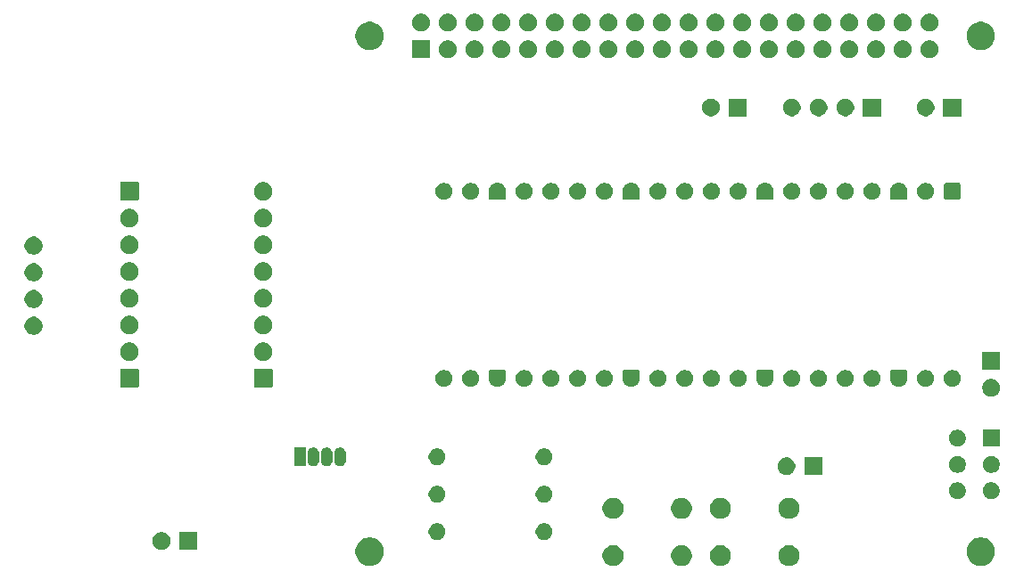
<source format=gbr>
G04 #@! TF.GenerationSoftware,KiCad,Pcbnew,9.0.1-9.0.1-0~ubuntu24.04.1*
G04 #@! TF.CreationDate,2025-04-23T21:02:07-05:00*
G04 #@! TF.ProjectId,cerebellum,63657265-6265-46c6-9c75-6d2e6b696361,rev?*
G04 #@! TF.SameCoordinates,Original*
G04 #@! TF.FileFunction,Soldermask,Bot*
G04 #@! TF.FilePolarity,Negative*
%FSLAX46Y46*%
G04 Gerber Fmt 4.6, Leading zero omitted, Abs format (unit mm)*
G04 Created by KiCad (PCBNEW 9.0.1-9.0.1-0~ubuntu24.04.1) date 2025-04-23 21:02:07*
%MOMM*%
%LPD*%
G01*
G04 APERTURE LIST*
G04 APERTURE END LIST*
G36*
X126890285Y-95943060D02*
G01*
X127071397Y-96018079D01*
X127234393Y-96126990D01*
X127373010Y-96265607D01*
X127481921Y-96428603D01*
X127556940Y-96609715D01*
X127595185Y-96801983D01*
X127595185Y-96998017D01*
X127556940Y-97190285D01*
X127481921Y-97371397D01*
X127373010Y-97534393D01*
X127234393Y-97673010D01*
X127071397Y-97781921D01*
X126890285Y-97856940D01*
X126698017Y-97895185D01*
X126501983Y-97895185D01*
X126309715Y-97856940D01*
X126128603Y-97781921D01*
X125965607Y-97673010D01*
X125826990Y-97534393D01*
X125718079Y-97371397D01*
X125643060Y-97190285D01*
X125604815Y-96998017D01*
X125604815Y-96801983D01*
X125643060Y-96609715D01*
X125718079Y-96428603D01*
X125826990Y-96265607D01*
X125965607Y-96126990D01*
X126128603Y-96018079D01*
X126309715Y-95943060D01*
X126501983Y-95904815D01*
X126698017Y-95904815D01*
X126890285Y-95943060D01*
G37*
G36*
X133390285Y-95943060D02*
G01*
X133571397Y-96018079D01*
X133734393Y-96126990D01*
X133873010Y-96265607D01*
X133981921Y-96428603D01*
X134056940Y-96609715D01*
X134095185Y-96801983D01*
X134095185Y-96998017D01*
X134056940Y-97190285D01*
X133981921Y-97371397D01*
X133873010Y-97534393D01*
X133734393Y-97673010D01*
X133571397Y-97781921D01*
X133390285Y-97856940D01*
X133198017Y-97895185D01*
X133001983Y-97895185D01*
X132809715Y-97856940D01*
X132628603Y-97781921D01*
X132465607Y-97673010D01*
X132326990Y-97534393D01*
X132218079Y-97371397D01*
X132143060Y-97190285D01*
X132104815Y-96998017D01*
X132104815Y-96801983D01*
X132143060Y-96609715D01*
X132218079Y-96428603D01*
X132326990Y-96265607D01*
X132465607Y-96126990D01*
X132628603Y-96018079D01*
X132809715Y-95943060D01*
X133001983Y-95904815D01*
X133198017Y-95904815D01*
X133390285Y-95943060D01*
G37*
G36*
X137090285Y-95943060D02*
G01*
X137271397Y-96018079D01*
X137434393Y-96126990D01*
X137573010Y-96265607D01*
X137681921Y-96428603D01*
X137756940Y-96609715D01*
X137795185Y-96801983D01*
X137795185Y-96998017D01*
X137756940Y-97190285D01*
X137681921Y-97371397D01*
X137573010Y-97534393D01*
X137434393Y-97673010D01*
X137271397Y-97781921D01*
X137090285Y-97856940D01*
X136898017Y-97895185D01*
X136701983Y-97895185D01*
X136509715Y-97856940D01*
X136328603Y-97781921D01*
X136165607Y-97673010D01*
X136026990Y-97534393D01*
X135918079Y-97371397D01*
X135843060Y-97190285D01*
X135804815Y-96998017D01*
X135804815Y-96801983D01*
X135843060Y-96609715D01*
X135918079Y-96428603D01*
X136026990Y-96265607D01*
X136165607Y-96126990D01*
X136328603Y-96018079D01*
X136509715Y-95943060D01*
X136701983Y-95904815D01*
X136898017Y-95904815D01*
X137090285Y-95943060D01*
G37*
G36*
X143590285Y-95943060D02*
G01*
X143771397Y-96018079D01*
X143934393Y-96126990D01*
X144073010Y-96265607D01*
X144181921Y-96428603D01*
X144256940Y-96609715D01*
X144295185Y-96801983D01*
X144295185Y-96998017D01*
X144256940Y-97190285D01*
X144181921Y-97371397D01*
X144073010Y-97534393D01*
X143934393Y-97673010D01*
X143771397Y-97781921D01*
X143590285Y-97856940D01*
X143398017Y-97895185D01*
X143201983Y-97895185D01*
X143009715Y-97856940D01*
X142828603Y-97781921D01*
X142665607Y-97673010D01*
X142526990Y-97534393D01*
X142418079Y-97371397D01*
X142343060Y-97190285D01*
X142304815Y-96998017D01*
X142304815Y-96801983D01*
X142343060Y-96609715D01*
X142418079Y-96428603D01*
X142526990Y-96265607D01*
X142665607Y-96126990D01*
X142828603Y-96018079D01*
X143009715Y-95943060D01*
X143201983Y-95904815D01*
X143398017Y-95904815D01*
X143590285Y-95943060D01*
G37*
G36*
X103815151Y-95187301D02*
G01*
X104016623Y-95252763D01*
X104205373Y-95348936D01*
X104376755Y-95473452D01*
X104526548Y-95623245D01*
X104651064Y-95794627D01*
X104747237Y-95983377D01*
X104812699Y-96184849D01*
X104845838Y-96394080D01*
X104845838Y-96605920D01*
X104812699Y-96815151D01*
X104747237Y-97016623D01*
X104651064Y-97205373D01*
X104526548Y-97376755D01*
X104376755Y-97526548D01*
X104205373Y-97651064D01*
X104016623Y-97747237D01*
X103815151Y-97812699D01*
X103605920Y-97845838D01*
X103394080Y-97845838D01*
X103184849Y-97812699D01*
X102983377Y-97747237D01*
X102794627Y-97651064D01*
X102623245Y-97526548D01*
X102473452Y-97376755D01*
X102348936Y-97205373D01*
X102252763Y-97016623D01*
X102187301Y-96815151D01*
X102154162Y-96605920D01*
X102154162Y-96394080D01*
X102187301Y-96184849D01*
X102252763Y-95983377D01*
X102348936Y-95794627D01*
X102473452Y-95623245D01*
X102623245Y-95473452D01*
X102794627Y-95348936D01*
X102983377Y-95252763D01*
X103184849Y-95187301D01*
X103394080Y-95154162D01*
X103605920Y-95154162D01*
X103815151Y-95187301D01*
G37*
G36*
X161815151Y-95187301D02*
G01*
X162016623Y-95252763D01*
X162205373Y-95348936D01*
X162376755Y-95473452D01*
X162526548Y-95623245D01*
X162651064Y-95794627D01*
X162747237Y-95983377D01*
X162812699Y-96184849D01*
X162845838Y-96394080D01*
X162845838Y-96605920D01*
X162812699Y-96815151D01*
X162747237Y-97016623D01*
X162651064Y-97205373D01*
X162526548Y-97376755D01*
X162376755Y-97526548D01*
X162205373Y-97651064D01*
X162016623Y-97747237D01*
X161815151Y-97812699D01*
X161605920Y-97845838D01*
X161394080Y-97845838D01*
X161184849Y-97812699D01*
X160983377Y-97747237D01*
X160794627Y-97651064D01*
X160623245Y-97526548D01*
X160473452Y-97376755D01*
X160348936Y-97205373D01*
X160252763Y-97016623D01*
X160187301Y-96815151D01*
X160154162Y-96605920D01*
X160154162Y-96394080D01*
X160187301Y-96184849D01*
X160252763Y-95983377D01*
X160348936Y-95794627D01*
X160473452Y-95623245D01*
X160623245Y-95473452D01*
X160794627Y-95348936D01*
X160983377Y-95252763D01*
X161184849Y-95187301D01*
X161394080Y-95154162D01*
X161605920Y-95154162D01*
X161815151Y-95187301D01*
G37*
G36*
X87125000Y-96350000D02*
G01*
X85425000Y-96350000D01*
X85425000Y-94650000D01*
X87125000Y-94650000D01*
X87125000Y-96350000D01*
G37*
G36*
X83981742Y-94686601D02*
G01*
X84135687Y-94750367D01*
X84274234Y-94842941D01*
X84392059Y-94960766D01*
X84484633Y-95099313D01*
X84548399Y-95253258D01*
X84580907Y-95416685D01*
X84580907Y-95583315D01*
X84548399Y-95746742D01*
X84484633Y-95900687D01*
X84392059Y-96039234D01*
X84274234Y-96157059D01*
X84135687Y-96249633D01*
X83981742Y-96313399D01*
X83818315Y-96345907D01*
X83651685Y-96345907D01*
X83488258Y-96313399D01*
X83334313Y-96249633D01*
X83195766Y-96157059D01*
X83077941Y-96039234D01*
X82985367Y-95900687D01*
X82921601Y-95746742D01*
X82889093Y-95583315D01*
X82889093Y-95416685D01*
X82921601Y-95253258D01*
X82985367Y-95099313D01*
X83077941Y-94960766D01*
X83195766Y-94842941D01*
X83334313Y-94750367D01*
X83488258Y-94686601D01*
X83651685Y-94654093D01*
X83818315Y-94654093D01*
X83981742Y-94686601D01*
G37*
G36*
X110126228Y-93838448D02*
G01*
X110271117Y-93898463D01*
X110401515Y-93985592D01*
X110512408Y-94096485D01*
X110599537Y-94226883D01*
X110659552Y-94371772D01*
X110690148Y-94525586D01*
X110690148Y-94682414D01*
X110659552Y-94836228D01*
X110599537Y-94981117D01*
X110512408Y-95111515D01*
X110401515Y-95222408D01*
X110271117Y-95309537D01*
X110126228Y-95369552D01*
X109972414Y-95400148D01*
X109815586Y-95400148D01*
X109661772Y-95369552D01*
X109516883Y-95309537D01*
X109386485Y-95222408D01*
X109275592Y-95111515D01*
X109188463Y-94981117D01*
X109128448Y-94836228D01*
X109097852Y-94682414D01*
X109097852Y-94525586D01*
X109128448Y-94371772D01*
X109188463Y-94226883D01*
X109275592Y-94096485D01*
X109386485Y-93985592D01*
X109516883Y-93898463D01*
X109661772Y-93838448D01*
X109815586Y-93807852D01*
X109972414Y-93807852D01*
X110126228Y-93838448D01*
G37*
G36*
X120286228Y-93838448D02*
G01*
X120431117Y-93898463D01*
X120561515Y-93985592D01*
X120672408Y-94096485D01*
X120759537Y-94226883D01*
X120819552Y-94371772D01*
X120850148Y-94525586D01*
X120850148Y-94682414D01*
X120819552Y-94836228D01*
X120759537Y-94981117D01*
X120672408Y-95111515D01*
X120561515Y-95222408D01*
X120431117Y-95309537D01*
X120286228Y-95369552D01*
X120132414Y-95400148D01*
X119975586Y-95400148D01*
X119821772Y-95369552D01*
X119676883Y-95309537D01*
X119546485Y-95222408D01*
X119435592Y-95111515D01*
X119348463Y-94981117D01*
X119288448Y-94836228D01*
X119257852Y-94682414D01*
X119257852Y-94525586D01*
X119288448Y-94371772D01*
X119348463Y-94226883D01*
X119435592Y-94096485D01*
X119546485Y-93985592D01*
X119676883Y-93898463D01*
X119821772Y-93838448D01*
X119975586Y-93807852D01*
X120132414Y-93807852D01*
X120286228Y-93838448D01*
G37*
G36*
X126890285Y-91443060D02*
G01*
X127071397Y-91518079D01*
X127234393Y-91626990D01*
X127373010Y-91765607D01*
X127481921Y-91928603D01*
X127556940Y-92109715D01*
X127595185Y-92301983D01*
X127595185Y-92498017D01*
X127556940Y-92690285D01*
X127481921Y-92871397D01*
X127373010Y-93034393D01*
X127234393Y-93173010D01*
X127071397Y-93281921D01*
X126890285Y-93356940D01*
X126698017Y-93395185D01*
X126501983Y-93395185D01*
X126309715Y-93356940D01*
X126128603Y-93281921D01*
X125965607Y-93173010D01*
X125826990Y-93034393D01*
X125718079Y-92871397D01*
X125643060Y-92690285D01*
X125604815Y-92498017D01*
X125604815Y-92301983D01*
X125643060Y-92109715D01*
X125718079Y-91928603D01*
X125826990Y-91765607D01*
X125965607Y-91626990D01*
X126128603Y-91518079D01*
X126309715Y-91443060D01*
X126501983Y-91404815D01*
X126698017Y-91404815D01*
X126890285Y-91443060D01*
G37*
G36*
X133390285Y-91443060D02*
G01*
X133571397Y-91518079D01*
X133734393Y-91626990D01*
X133873010Y-91765607D01*
X133981921Y-91928603D01*
X134056940Y-92109715D01*
X134095185Y-92301983D01*
X134095185Y-92498017D01*
X134056940Y-92690285D01*
X133981921Y-92871397D01*
X133873010Y-93034393D01*
X133734393Y-93173010D01*
X133571397Y-93281921D01*
X133390285Y-93356940D01*
X133198017Y-93395185D01*
X133001983Y-93395185D01*
X132809715Y-93356940D01*
X132628603Y-93281921D01*
X132465607Y-93173010D01*
X132326990Y-93034393D01*
X132218079Y-92871397D01*
X132143060Y-92690285D01*
X132104815Y-92498017D01*
X132104815Y-92301983D01*
X132143060Y-92109715D01*
X132218079Y-91928603D01*
X132326990Y-91765607D01*
X132465607Y-91626990D01*
X132628603Y-91518079D01*
X132809715Y-91443060D01*
X133001983Y-91404815D01*
X133198017Y-91404815D01*
X133390285Y-91443060D01*
G37*
G36*
X137090285Y-91443060D02*
G01*
X137271397Y-91518079D01*
X137434393Y-91626990D01*
X137573010Y-91765607D01*
X137681921Y-91928603D01*
X137756940Y-92109715D01*
X137795185Y-92301983D01*
X137795185Y-92498017D01*
X137756940Y-92690285D01*
X137681921Y-92871397D01*
X137573010Y-93034393D01*
X137434393Y-93173010D01*
X137271397Y-93281921D01*
X137090285Y-93356940D01*
X136898017Y-93395185D01*
X136701983Y-93395185D01*
X136509715Y-93356940D01*
X136328603Y-93281921D01*
X136165607Y-93173010D01*
X136026990Y-93034393D01*
X135918079Y-92871397D01*
X135843060Y-92690285D01*
X135804815Y-92498017D01*
X135804815Y-92301983D01*
X135843060Y-92109715D01*
X135918079Y-91928603D01*
X136026990Y-91765607D01*
X136165607Y-91626990D01*
X136328603Y-91518079D01*
X136509715Y-91443060D01*
X136701983Y-91404815D01*
X136898017Y-91404815D01*
X137090285Y-91443060D01*
G37*
G36*
X143590285Y-91443060D02*
G01*
X143771397Y-91518079D01*
X143934393Y-91626990D01*
X144073010Y-91765607D01*
X144181921Y-91928603D01*
X144256940Y-92109715D01*
X144295185Y-92301983D01*
X144295185Y-92498017D01*
X144256940Y-92690285D01*
X144181921Y-92871397D01*
X144073010Y-93034393D01*
X143934393Y-93173010D01*
X143771397Y-93281921D01*
X143590285Y-93356940D01*
X143398017Y-93395185D01*
X143201983Y-93395185D01*
X143009715Y-93356940D01*
X142828603Y-93281921D01*
X142665607Y-93173010D01*
X142526990Y-93034393D01*
X142418079Y-92871397D01*
X142343060Y-92690285D01*
X142304815Y-92498017D01*
X142304815Y-92301983D01*
X142343060Y-92109715D01*
X142418079Y-91928603D01*
X142526990Y-91765607D01*
X142665607Y-91626990D01*
X142828603Y-91518079D01*
X143009715Y-91443060D01*
X143201983Y-91404815D01*
X143398017Y-91404815D01*
X143590285Y-91443060D01*
G37*
G36*
X110126228Y-90282448D02*
G01*
X110271117Y-90342463D01*
X110401515Y-90429592D01*
X110512408Y-90540485D01*
X110599537Y-90670883D01*
X110659552Y-90815772D01*
X110690148Y-90969586D01*
X110690148Y-91126414D01*
X110659552Y-91280228D01*
X110599537Y-91425117D01*
X110512408Y-91555515D01*
X110401515Y-91666408D01*
X110271117Y-91753537D01*
X110126228Y-91813552D01*
X109972414Y-91844148D01*
X109815586Y-91844148D01*
X109661772Y-91813552D01*
X109516883Y-91753537D01*
X109386485Y-91666408D01*
X109275592Y-91555515D01*
X109188463Y-91425117D01*
X109128448Y-91280228D01*
X109097852Y-91126414D01*
X109097852Y-90969586D01*
X109128448Y-90815772D01*
X109188463Y-90670883D01*
X109275592Y-90540485D01*
X109386485Y-90429592D01*
X109516883Y-90342463D01*
X109661772Y-90282448D01*
X109815586Y-90251852D01*
X109972414Y-90251852D01*
X110126228Y-90282448D01*
G37*
G36*
X120286228Y-90282448D02*
G01*
X120431117Y-90342463D01*
X120561515Y-90429592D01*
X120672408Y-90540485D01*
X120759537Y-90670883D01*
X120819552Y-90815772D01*
X120850148Y-90969586D01*
X120850148Y-91126414D01*
X120819552Y-91280228D01*
X120759537Y-91425117D01*
X120672408Y-91555515D01*
X120561515Y-91666408D01*
X120431117Y-91753537D01*
X120286228Y-91813552D01*
X120132414Y-91844148D01*
X119975586Y-91844148D01*
X119821772Y-91813552D01*
X119676883Y-91753537D01*
X119546485Y-91666408D01*
X119435592Y-91555515D01*
X119348463Y-91425117D01*
X119288448Y-91280228D01*
X119257852Y-91126414D01*
X119257852Y-90969586D01*
X119288448Y-90815772D01*
X119348463Y-90670883D01*
X119435592Y-90540485D01*
X119546485Y-90429592D01*
X119676883Y-90342463D01*
X119821772Y-90282448D01*
X119975586Y-90251852D01*
X120132414Y-90251852D01*
X120286228Y-90282448D01*
G37*
G36*
X159532228Y-89954448D02*
G01*
X159677117Y-90014463D01*
X159807515Y-90101592D01*
X159918408Y-90212485D01*
X160005537Y-90342883D01*
X160065552Y-90487772D01*
X160096148Y-90641586D01*
X160096148Y-90798414D01*
X160065552Y-90952228D01*
X160005537Y-91097117D01*
X159918408Y-91227515D01*
X159807515Y-91338408D01*
X159677117Y-91425537D01*
X159532228Y-91485552D01*
X159378414Y-91516148D01*
X159221586Y-91516148D01*
X159067772Y-91485552D01*
X158922883Y-91425537D01*
X158792485Y-91338408D01*
X158681592Y-91227515D01*
X158594463Y-91097117D01*
X158534448Y-90952228D01*
X158503852Y-90798414D01*
X158503852Y-90641586D01*
X158534448Y-90487772D01*
X158594463Y-90342883D01*
X158681592Y-90212485D01*
X158792485Y-90101592D01*
X158922883Y-90014463D01*
X159067772Y-89954448D01*
X159221586Y-89923852D01*
X159378414Y-89923852D01*
X159532228Y-89954448D01*
G37*
G36*
X162732228Y-89954448D02*
G01*
X162877117Y-90014463D01*
X163007515Y-90101592D01*
X163118408Y-90212485D01*
X163205537Y-90342883D01*
X163265552Y-90487772D01*
X163296148Y-90641586D01*
X163296148Y-90798414D01*
X163265552Y-90952228D01*
X163205537Y-91097117D01*
X163118408Y-91227515D01*
X163007515Y-91338408D01*
X162877117Y-91425537D01*
X162732228Y-91485552D01*
X162578414Y-91516148D01*
X162421586Y-91516148D01*
X162267772Y-91485552D01*
X162122883Y-91425537D01*
X161992485Y-91338408D01*
X161881592Y-91227515D01*
X161794463Y-91097117D01*
X161734448Y-90952228D01*
X161703852Y-90798414D01*
X161703852Y-90641586D01*
X161734448Y-90487772D01*
X161794463Y-90342883D01*
X161881592Y-90212485D01*
X161992485Y-90101592D01*
X162122883Y-90014463D01*
X162267772Y-89954448D01*
X162421586Y-89923852D01*
X162578414Y-89923852D01*
X162732228Y-89954448D01*
G37*
G36*
X146450000Y-89250000D02*
G01*
X144750000Y-89250000D01*
X144750000Y-87550000D01*
X146450000Y-87550000D01*
X146450000Y-89250000D01*
G37*
G36*
X143306742Y-87586601D02*
G01*
X143460687Y-87650367D01*
X143599234Y-87742941D01*
X143717059Y-87860766D01*
X143809633Y-87999313D01*
X143873399Y-88153258D01*
X143905907Y-88316685D01*
X143905907Y-88483315D01*
X143873399Y-88646742D01*
X143809633Y-88800687D01*
X143717059Y-88939234D01*
X143599234Y-89057059D01*
X143460687Y-89149633D01*
X143306742Y-89213399D01*
X143143315Y-89245907D01*
X142976685Y-89245907D01*
X142813258Y-89213399D01*
X142659313Y-89149633D01*
X142520766Y-89057059D01*
X142402941Y-88939234D01*
X142310367Y-88800687D01*
X142246601Y-88646742D01*
X142214093Y-88483315D01*
X142214093Y-88316685D01*
X142246601Y-88153258D01*
X142310367Y-87999313D01*
X142402941Y-87860766D01*
X142520766Y-87742941D01*
X142659313Y-87650367D01*
X142813258Y-87586601D01*
X142976685Y-87554093D01*
X143143315Y-87554093D01*
X143306742Y-87586601D01*
G37*
G36*
X159532228Y-87454448D02*
G01*
X159677117Y-87514463D01*
X159807515Y-87601592D01*
X159918408Y-87712485D01*
X160005537Y-87842883D01*
X160065552Y-87987772D01*
X160096148Y-88141586D01*
X160096148Y-88298414D01*
X160065552Y-88452228D01*
X160005537Y-88597117D01*
X159918408Y-88727515D01*
X159807515Y-88838408D01*
X159677117Y-88925537D01*
X159532228Y-88985552D01*
X159378414Y-89016148D01*
X159221586Y-89016148D01*
X159067772Y-88985552D01*
X158922883Y-88925537D01*
X158792485Y-88838408D01*
X158681592Y-88727515D01*
X158594463Y-88597117D01*
X158534448Y-88452228D01*
X158503852Y-88298414D01*
X158503852Y-88141586D01*
X158534448Y-87987772D01*
X158594463Y-87842883D01*
X158681592Y-87712485D01*
X158792485Y-87601592D01*
X158922883Y-87514463D01*
X159067772Y-87454448D01*
X159221586Y-87423852D01*
X159378414Y-87423852D01*
X159532228Y-87454448D01*
G37*
G36*
X162732228Y-87454448D02*
G01*
X162877117Y-87514463D01*
X163007515Y-87601592D01*
X163118408Y-87712485D01*
X163205537Y-87842883D01*
X163265552Y-87987772D01*
X163296148Y-88141586D01*
X163296148Y-88298414D01*
X163265552Y-88452228D01*
X163205537Y-88597117D01*
X163118408Y-88727515D01*
X163007515Y-88838408D01*
X162877117Y-88925537D01*
X162732228Y-88985552D01*
X162578414Y-89016148D01*
X162421586Y-89016148D01*
X162267772Y-88985552D01*
X162122883Y-88925537D01*
X161992485Y-88838408D01*
X161881592Y-88727515D01*
X161794463Y-88597117D01*
X161734448Y-88452228D01*
X161703852Y-88298414D01*
X161703852Y-88141586D01*
X161734448Y-87987772D01*
X161794463Y-87842883D01*
X161881592Y-87712485D01*
X161992485Y-87601592D01*
X162122883Y-87514463D01*
X162267772Y-87454448D01*
X162421586Y-87423852D01*
X162578414Y-87423852D01*
X162732228Y-87454448D01*
G37*
G36*
X97425000Y-88400000D02*
G01*
X96355000Y-88400000D01*
X96355000Y-86600000D01*
X97425000Y-86600000D01*
X97425000Y-88400000D01*
G37*
G36*
X98364736Y-86640724D02*
G01*
X98485687Y-86710556D01*
X98584444Y-86809313D01*
X98654276Y-86930264D01*
X98690423Y-87065168D01*
X98695000Y-87135000D01*
X98695000Y-87865000D01*
X98690423Y-87934832D01*
X98654276Y-88069736D01*
X98584444Y-88190687D01*
X98485687Y-88289444D01*
X98364736Y-88359276D01*
X98229832Y-88395423D01*
X98090168Y-88395423D01*
X97955264Y-88359276D01*
X97834313Y-88289444D01*
X97735556Y-88190687D01*
X97665724Y-88069736D01*
X97629577Y-87934832D01*
X97625000Y-87865000D01*
X97625000Y-87135000D01*
X97629577Y-87065168D01*
X97665724Y-86930264D01*
X97735556Y-86809313D01*
X97834313Y-86710556D01*
X97955264Y-86640724D01*
X98090168Y-86604577D01*
X98229832Y-86604577D01*
X98364736Y-86640724D01*
G37*
G36*
X99634736Y-86640724D02*
G01*
X99755687Y-86710556D01*
X99854444Y-86809313D01*
X99924276Y-86930264D01*
X99960423Y-87065168D01*
X99965000Y-87135000D01*
X99965000Y-87865000D01*
X99960423Y-87934832D01*
X99924276Y-88069736D01*
X99854444Y-88190687D01*
X99755687Y-88289444D01*
X99634736Y-88359276D01*
X99499832Y-88395423D01*
X99360168Y-88395423D01*
X99225264Y-88359276D01*
X99104313Y-88289444D01*
X99005556Y-88190687D01*
X98935724Y-88069736D01*
X98899577Y-87934832D01*
X98895000Y-87865000D01*
X98895000Y-87135000D01*
X98899577Y-87065168D01*
X98935724Y-86930264D01*
X99005556Y-86809313D01*
X99104313Y-86710556D01*
X99225264Y-86640724D01*
X99360168Y-86604577D01*
X99499832Y-86604577D01*
X99634736Y-86640724D01*
G37*
G36*
X100904736Y-86640724D02*
G01*
X101025687Y-86710556D01*
X101124444Y-86809313D01*
X101194276Y-86930264D01*
X101230423Y-87065168D01*
X101235000Y-87135000D01*
X101235000Y-87865000D01*
X101230423Y-87934832D01*
X101194276Y-88069736D01*
X101124444Y-88190687D01*
X101025687Y-88289444D01*
X100904736Y-88359276D01*
X100769832Y-88395423D01*
X100630168Y-88395423D01*
X100495264Y-88359276D01*
X100374313Y-88289444D01*
X100275556Y-88190687D01*
X100205724Y-88069736D01*
X100169577Y-87934832D01*
X100165000Y-87865000D01*
X100165000Y-87135000D01*
X100169577Y-87065168D01*
X100205724Y-86930264D01*
X100275556Y-86809313D01*
X100374313Y-86710556D01*
X100495264Y-86640724D01*
X100630168Y-86604577D01*
X100769832Y-86604577D01*
X100904736Y-86640724D01*
G37*
G36*
X110126228Y-86726448D02*
G01*
X110271117Y-86786463D01*
X110401515Y-86873592D01*
X110512408Y-86984485D01*
X110599537Y-87114883D01*
X110659552Y-87259772D01*
X110690148Y-87413586D01*
X110690148Y-87570414D01*
X110659552Y-87724228D01*
X110599537Y-87869117D01*
X110512408Y-87999515D01*
X110401515Y-88110408D01*
X110271117Y-88197537D01*
X110126228Y-88257552D01*
X109972414Y-88288148D01*
X109815586Y-88288148D01*
X109661772Y-88257552D01*
X109516883Y-88197537D01*
X109386485Y-88110408D01*
X109275592Y-87999515D01*
X109188463Y-87869117D01*
X109128448Y-87724228D01*
X109097852Y-87570414D01*
X109097852Y-87413586D01*
X109128448Y-87259772D01*
X109188463Y-87114883D01*
X109275592Y-86984485D01*
X109386485Y-86873592D01*
X109516883Y-86786463D01*
X109661772Y-86726448D01*
X109815586Y-86695852D01*
X109972414Y-86695852D01*
X110126228Y-86726448D01*
G37*
G36*
X120286228Y-86726448D02*
G01*
X120431117Y-86786463D01*
X120561515Y-86873592D01*
X120672408Y-86984485D01*
X120759537Y-87114883D01*
X120819552Y-87259772D01*
X120850148Y-87413586D01*
X120850148Y-87570414D01*
X120819552Y-87724228D01*
X120759537Y-87869117D01*
X120672408Y-87999515D01*
X120561515Y-88110408D01*
X120431117Y-88197537D01*
X120286228Y-88257552D01*
X120132414Y-88288148D01*
X119975586Y-88288148D01*
X119821772Y-88257552D01*
X119676883Y-88197537D01*
X119546485Y-88110408D01*
X119435592Y-87999515D01*
X119348463Y-87869117D01*
X119288448Y-87724228D01*
X119257852Y-87570414D01*
X119257852Y-87413586D01*
X119288448Y-87259772D01*
X119348463Y-87114883D01*
X119435592Y-86984485D01*
X119546485Y-86873592D01*
X119676883Y-86786463D01*
X119821772Y-86726448D01*
X119975586Y-86695852D01*
X120132414Y-86695852D01*
X120286228Y-86726448D01*
G37*
G36*
X163300000Y-86520000D02*
G01*
X161700000Y-86520000D01*
X161700000Y-84920000D01*
X163300000Y-84920000D01*
X163300000Y-86520000D01*
G37*
G36*
X159532228Y-84954448D02*
G01*
X159677117Y-85014463D01*
X159807515Y-85101592D01*
X159918408Y-85212485D01*
X160005537Y-85342883D01*
X160065552Y-85487772D01*
X160096148Y-85641586D01*
X160096148Y-85798414D01*
X160065552Y-85952228D01*
X160005537Y-86097117D01*
X159918408Y-86227515D01*
X159807515Y-86338408D01*
X159677117Y-86425537D01*
X159532228Y-86485552D01*
X159378414Y-86516148D01*
X159221586Y-86516148D01*
X159067772Y-86485552D01*
X158922883Y-86425537D01*
X158792485Y-86338408D01*
X158681592Y-86227515D01*
X158594463Y-86097117D01*
X158534448Y-85952228D01*
X158503852Y-85798414D01*
X158503852Y-85641586D01*
X158534448Y-85487772D01*
X158594463Y-85342883D01*
X158681592Y-85212485D01*
X158792485Y-85101592D01*
X158922883Y-85014463D01*
X159067772Y-84954448D01*
X159221586Y-84923852D01*
X159378414Y-84923852D01*
X159532228Y-84954448D01*
G37*
G36*
X162746742Y-80136601D02*
G01*
X162900687Y-80200367D01*
X163039234Y-80292941D01*
X163157059Y-80410766D01*
X163249633Y-80549313D01*
X163313399Y-80703258D01*
X163345907Y-80866685D01*
X163345907Y-81033315D01*
X163313399Y-81196742D01*
X163249633Y-81350687D01*
X163157059Y-81489234D01*
X163039234Y-81607059D01*
X162900687Y-81699633D01*
X162746742Y-81763399D01*
X162583315Y-81795907D01*
X162416685Y-81795907D01*
X162253258Y-81763399D01*
X162099313Y-81699633D01*
X161960766Y-81607059D01*
X161842941Y-81489234D01*
X161750367Y-81350687D01*
X161686601Y-81196742D01*
X161654093Y-81033315D01*
X161654093Y-80866685D01*
X161686601Y-80703258D01*
X161750367Y-80549313D01*
X161842941Y-80410766D01*
X161960766Y-80292941D01*
X162099313Y-80200367D01*
X162253258Y-80136601D01*
X162416685Y-80104093D01*
X162583315Y-80104093D01*
X162746742Y-80136601D01*
G37*
G36*
X81519034Y-79165764D02*
G01*
X81552125Y-79187875D01*
X81574236Y-79220966D01*
X81582000Y-79260000D01*
X81582000Y-80820000D01*
X81574236Y-80859034D01*
X81552125Y-80892125D01*
X81519034Y-80914236D01*
X81480000Y-80922000D01*
X79920000Y-80922000D01*
X79880966Y-80914236D01*
X79847875Y-80892125D01*
X79825764Y-80859034D01*
X79818000Y-80820000D01*
X79818000Y-79260000D01*
X79825764Y-79220966D01*
X79847875Y-79187875D01*
X79880966Y-79165764D01*
X79920000Y-79158000D01*
X81480000Y-79158000D01*
X81519034Y-79165764D01*
G37*
G36*
X94219034Y-79165764D02*
G01*
X94252125Y-79187875D01*
X94274236Y-79220966D01*
X94282000Y-79260000D01*
X94282000Y-80820000D01*
X94274236Y-80859034D01*
X94252125Y-80892125D01*
X94219034Y-80914236D01*
X94180000Y-80922000D01*
X92620000Y-80922000D01*
X92580966Y-80914236D01*
X92547875Y-80892125D01*
X92525764Y-80859034D01*
X92518000Y-80820000D01*
X92518000Y-79260000D01*
X92525764Y-79220966D01*
X92547875Y-79187875D01*
X92580966Y-79165764D01*
X92620000Y-79158000D01*
X94180000Y-79158000D01*
X94219034Y-79165764D01*
G37*
G36*
X116223536Y-79236464D02*
G01*
X116225915Y-79238843D01*
X116254015Y-79238843D01*
X116259018Y-79238843D01*
X116260931Y-79239224D01*
X116265549Y-79241137D01*
X116265554Y-79241138D01*
X116328404Y-79267171D01*
X116328408Y-79267173D01*
X116333027Y-79269087D01*
X116334650Y-79270170D01*
X116389830Y-79325350D01*
X116390913Y-79326973D01*
X116392826Y-79331592D01*
X116392828Y-79331595D01*
X116394105Y-79334679D01*
X116420776Y-79399069D01*
X116421157Y-79400982D01*
X116421157Y-79434085D01*
X116423536Y-79436464D01*
X116425000Y-79440000D01*
X116425000Y-80040000D01*
X116423536Y-80043536D01*
X116421148Y-80044524D01*
X116421148Y-80118414D01*
X116421052Y-80119389D01*
X116390456Y-80273203D01*
X116390171Y-80274141D01*
X116389217Y-80276443D01*
X116389215Y-80276451D01*
X116331115Y-80416717D01*
X116331110Y-80416724D01*
X116330156Y-80419030D01*
X116329694Y-80419895D01*
X116242565Y-80550293D01*
X116241944Y-80551051D01*
X116131051Y-80661944D01*
X116130293Y-80662565D01*
X115999895Y-80749694D01*
X115999030Y-80750156D01*
X115996724Y-80751110D01*
X115996717Y-80751115D01*
X115856451Y-80809215D01*
X115856443Y-80809217D01*
X115854141Y-80810171D01*
X115853203Y-80810456D01*
X115699389Y-80841052D01*
X115698414Y-80841148D01*
X115695924Y-80841148D01*
X115544076Y-80841148D01*
X115541586Y-80841148D01*
X115540611Y-80841052D01*
X115386797Y-80810456D01*
X115385859Y-80810171D01*
X115383559Y-80809218D01*
X115383548Y-80809215D01*
X115243282Y-80751115D01*
X115243270Y-80751109D01*
X115240970Y-80750156D01*
X115240105Y-80749694D01*
X115170608Y-80703258D01*
X115111785Y-80663954D01*
X115111781Y-80663951D01*
X115109707Y-80662565D01*
X115108949Y-80661944D01*
X114998056Y-80551051D01*
X114997435Y-80550293D01*
X114996049Y-80548219D01*
X114996045Y-80548214D01*
X114911695Y-80421974D01*
X114911694Y-80421972D01*
X114910306Y-80419895D01*
X114909844Y-80419030D01*
X114908892Y-80416732D01*
X114908884Y-80416717D01*
X114850784Y-80276451D01*
X114850778Y-80276434D01*
X114849829Y-80274141D01*
X114849544Y-80273203D01*
X114822418Y-80136835D01*
X114819433Y-80121830D01*
X114819432Y-80121824D01*
X114818948Y-80119389D01*
X114818852Y-80118414D01*
X114818852Y-80044524D01*
X114816464Y-80043536D01*
X114815000Y-80040000D01*
X114815000Y-79440000D01*
X114816464Y-79436464D01*
X114818843Y-79434085D01*
X114818843Y-79400982D01*
X114819224Y-79399069D01*
X114821136Y-79394451D01*
X114821138Y-79394445D01*
X114847171Y-79331595D01*
X114847174Y-79331589D01*
X114849087Y-79326973D01*
X114850170Y-79325350D01*
X114853706Y-79321813D01*
X114853709Y-79321810D01*
X114901810Y-79273709D01*
X114901813Y-79273706D01*
X114905350Y-79270170D01*
X114906973Y-79269087D01*
X114911589Y-79267174D01*
X114911595Y-79267171D01*
X114974445Y-79241138D01*
X114974451Y-79241136D01*
X114979069Y-79239224D01*
X114980982Y-79238843D01*
X115014085Y-79238843D01*
X115016464Y-79236464D01*
X115020000Y-79235000D01*
X116220000Y-79235000D01*
X116223536Y-79236464D01*
G37*
G36*
X128923536Y-79236464D02*
G01*
X128925915Y-79238843D01*
X128954015Y-79238843D01*
X128959018Y-79238843D01*
X128960931Y-79239224D01*
X128965549Y-79241137D01*
X128965554Y-79241138D01*
X129028404Y-79267171D01*
X129028408Y-79267173D01*
X129033027Y-79269087D01*
X129034650Y-79270170D01*
X129089830Y-79325350D01*
X129090913Y-79326973D01*
X129092826Y-79331592D01*
X129092828Y-79331595D01*
X129094105Y-79334679D01*
X129120776Y-79399069D01*
X129121157Y-79400982D01*
X129121157Y-79434085D01*
X129123536Y-79436464D01*
X129125000Y-79440000D01*
X129125000Y-80040000D01*
X129123536Y-80043536D01*
X129121148Y-80044524D01*
X129121148Y-80118414D01*
X129121052Y-80119389D01*
X129090456Y-80273203D01*
X129090171Y-80274141D01*
X129089217Y-80276443D01*
X129089215Y-80276451D01*
X129031115Y-80416717D01*
X129031110Y-80416724D01*
X129030156Y-80419030D01*
X129029694Y-80419895D01*
X128942565Y-80550293D01*
X128941944Y-80551051D01*
X128831051Y-80661944D01*
X128830293Y-80662565D01*
X128699895Y-80749694D01*
X128699030Y-80750156D01*
X128696724Y-80751110D01*
X128696717Y-80751115D01*
X128556451Y-80809215D01*
X128556443Y-80809217D01*
X128554141Y-80810171D01*
X128553203Y-80810456D01*
X128399389Y-80841052D01*
X128398414Y-80841148D01*
X128395924Y-80841148D01*
X128244076Y-80841148D01*
X128241586Y-80841148D01*
X128240611Y-80841052D01*
X128086797Y-80810456D01*
X128085859Y-80810171D01*
X128083559Y-80809218D01*
X128083548Y-80809215D01*
X127943282Y-80751115D01*
X127943270Y-80751109D01*
X127940970Y-80750156D01*
X127940105Y-80749694D01*
X127870608Y-80703258D01*
X127811785Y-80663954D01*
X127811781Y-80663951D01*
X127809707Y-80662565D01*
X127808949Y-80661944D01*
X127698056Y-80551051D01*
X127697435Y-80550293D01*
X127696049Y-80548219D01*
X127696045Y-80548214D01*
X127611695Y-80421974D01*
X127611694Y-80421972D01*
X127610306Y-80419895D01*
X127609844Y-80419030D01*
X127608892Y-80416732D01*
X127608884Y-80416717D01*
X127550784Y-80276451D01*
X127550778Y-80276434D01*
X127549829Y-80274141D01*
X127549544Y-80273203D01*
X127522418Y-80136835D01*
X127519433Y-80121830D01*
X127519432Y-80121824D01*
X127518948Y-80119389D01*
X127518852Y-80118414D01*
X127518852Y-80044524D01*
X127516464Y-80043536D01*
X127515000Y-80040000D01*
X127515000Y-79440000D01*
X127516464Y-79436464D01*
X127518843Y-79434085D01*
X127518843Y-79400982D01*
X127519224Y-79399069D01*
X127521136Y-79394451D01*
X127521138Y-79394445D01*
X127547171Y-79331595D01*
X127547174Y-79331589D01*
X127549087Y-79326973D01*
X127550170Y-79325350D01*
X127553706Y-79321813D01*
X127553709Y-79321810D01*
X127601810Y-79273709D01*
X127601813Y-79273706D01*
X127605350Y-79270170D01*
X127606973Y-79269087D01*
X127611589Y-79267174D01*
X127611595Y-79267171D01*
X127674445Y-79241138D01*
X127674451Y-79241136D01*
X127679069Y-79239224D01*
X127680982Y-79238843D01*
X127714085Y-79238843D01*
X127716464Y-79236464D01*
X127720000Y-79235000D01*
X128920000Y-79235000D01*
X128923536Y-79236464D01*
G37*
G36*
X141623536Y-79236464D02*
G01*
X141625915Y-79238843D01*
X141654015Y-79238843D01*
X141659018Y-79238843D01*
X141660931Y-79239224D01*
X141665549Y-79241137D01*
X141665554Y-79241138D01*
X141728404Y-79267171D01*
X141728408Y-79267173D01*
X141733027Y-79269087D01*
X141734650Y-79270170D01*
X141789830Y-79325350D01*
X141790913Y-79326973D01*
X141792826Y-79331592D01*
X141792828Y-79331595D01*
X141794105Y-79334679D01*
X141820776Y-79399069D01*
X141821157Y-79400982D01*
X141821157Y-79434085D01*
X141823536Y-79436464D01*
X141825000Y-79440000D01*
X141825000Y-80040000D01*
X141823536Y-80043536D01*
X141821148Y-80044524D01*
X141821148Y-80118414D01*
X141821052Y-80119389D01*
X141790456Y-80273203D01*
X141790171Y-80274141D01*
X141789217Y-80276443D01*
X141789215Y-80276451D01*
X141731115Y-80416717D01*
X141731110Y-80416724D01*
X141730156Y-80419030D01*
X141729694Y-80419895D01*
X141642565Y-80550293D01*
X141641944Y-80551051D01*
X141531051Y-80661944D01*
X141530293Y-80662565D01*
X141399895Y-80749694D01*
X141399030Y-80750156D01*
X141396724Y-80751110D01*
X141396717Y-80751115D01*
X141256451Y-80809215D01*
X141256443Y-80809217D01*
X141254141Y-80810171D01*
X141253203Y-80810456D01*
X141099389Y-80841052D01*
X141098414Y-80841148D01*
X141095924Y-80841148D01*
X140944076Y-80841148D01*
X140941586Y-80841148D01*
X140940611Y-80841052D01*
X140786797Y-80810456D01*
X140785859Y-80810171D01*
X140783559Y-80809218D01*
X140783548Y-80809215D01*
X140643282Y-80751115D01*
X140643270Y-80751109D01*
X140640970Y-80750156D01*
X140640105Y-80749694D01*
X140570608Y-80703258D01*
X140511785Y-80663954D01*
X140511781Y-80663951D01*
X140509707Y-80662565D01*
X140508949Y-80661944D01*
X140398056Y-80551051D01*
X140397435Y-80550293D01*
X140396049Y-80548219D01*
X140396045Y-80548214D01*
X140311695Y-80421974D01*
X140311694Y-80421972D01*
X140310306Y-80419895D01*
X140309844Y-80419030D01*
X140308892Y-80416732D01*
X140308884Y-80416717D01*
X140250784Y-80276451D01*
X140250778Y-80276434D01*
X140249829Y-80274141D01*
X140249544Y-80273203D01*
X140222418Y-80136835D01*
X140219433Y-80121830D01*
X140219432Y-80121824D01*
X140218948Y-80119389D01*
X140218852Y-80118414D01*
X140218852Y-80044524D01*
X140216464Y-80043536D01*
X140215000Y-80040000D01*
X140215000Y-79440000D01*
X140216464Y-79436464D01*
X140218843Y-79434085D01*
X140218843Y-79400982D01*
X140219224Y-79399069D01*
X140221136Y-79394451D01*
X140221138Y-79394445D01*
X140247171Y-79331595D01*
X140247174Y-79331589D01*
X140249087Y-79326973D01*
X140250170Y-79325350D01*
X140253706Y-79321813D01*
X140253709Y-79321810D01*
X140301810Y-79273709D01*
X140301813Y-79273706D01*
X140305350Y-79270170D01*
X140306973Y-79269087D01*
X140311589Y-79267174D01*
X140311595Y-79267171D01*
X140374445Y-79241138D01*
X140374451Y-79241136D01*
X140379069Y-79239224D01*
X140380982Y-79238843D01*
X140414085Y-79238843D01*
X140416464Y-79236464D01*
X140420000Y-79235000D01*
X141620000Y-79235000D01*
X141623536Y-79236464D01*
G37*
G36*
X154323536Y-79236464D02*
G01*
X154325915Y-79238843D01*
X154354015Y-79238843D01*
X154359018Y-79238843D01*
X154360931Y-79239224D01*
X154365549Y-79241137D01*
X154365554Y-79241138D01*
X154428404Y-79267171D01*
X154428408Y-79267173D01*
X154433027Y-79269087D01*
X154434650Y-79270170D01*
X154489830Y-79325350D01*
X154490913Y-79326973D01*
X154492826Y-79331592D01*
X154492828Y-79331595D01*
X154494105Y-79334679D01*
X154520776Y-79399069D01*
X154521157Y-79400982D01*
X154521157Y-79434085D01*
X154523536Y-79436464D01*
X154525000Y-79440000D01*
X154525000Y-80040000D01*
X154523536Y-80043536D01*
X154521148Y-80044524D01*
X154521148Y-80118414D01*
X154521052Y-80119389D01*
X154490456Y-80273203D01*
X154490171Y-80274141D01*
X154489217Y-80276443D01*
X154489215Y-80276451D01*
X154431115Y-80416717D01*
X154431110Y-80416724D01*
X154430156Y-80419030D01*
X154429694Y-80419895D01*
X154342565Y-80550293D01*
X154341944Y-80551051D01*
X154231051Y-80661944D01*
X154230293Y-80662565D01*
X154099895Y-80749694D01*
X154099030Y-80750156D01*
X154096724Y-80751110D01*
X154096717Y-80751115D01*
X153956451Y-80809215D01*
X153956443Y-80809217D01*
X153954141Y-80810171D01*
X153953203Y-80810456D01*
X153799389Y-80841052D01*
X153798414Y-80841148D01*
X153795924Y-80841148D01*
X153644076Y-80841148D01*
X153641586Y-80841148D01*
X153640611Y-80841052D01*
X153486797Y-80810456D01*
X153485859Y-80810171D01*
X153483559Y-80809218D01*
X153483548Y-80809215D01*
X153343282Y-80751115D01*
X153343270Y-80751109D01*
X153340970Y-80750156D01*
X153340105Y-80749694D01*
X153270608Y-80703258D01*
X153211785Y-80663954D01*
X153211781Y-80663951D01*
X153209707Y-80662565D01*
X153208949Y-80661944D01*
X153098056Y-80551051D01*
X153097435Y-80550293D01*
X153096049Y-80548219D01*
X153096045Y-80548214D01*
X153011695Y-80421974D01*
X153011694Y-80421972D01*
X153010306Y-80419895D01*
X153009844Y-80419030D01*
X153008892Y-80416732D01*
X153008884Y-80416717D01*
X152950784Y-80276451D01*
X152950778Y-80276434D01*
X152949829Y-80274141D01*
X152949544Y-80273203D01*
X152922418Y-80136835D01*
X152919433Y-80121830D01*
X152919432Y-80121824D01*
X152918948Y-80119389D01*
X152918852Y-80118414D01*
X152918852Y-80044524D01*
X152916464Y-80043536D01*
X152915000Y-80040000D01*
X152915000Y-79440000D01*
X152916464Y-79436464D01*
X152918843Y-79434085D01*
X152918843Y-79400982D01*
X152919224Y-79399069D01*
X152921136Y-79394451D01*
X152921138Y-79394445D01*
X152947171Y-79331595D01*
X152947174Y-79331589D01*
X152949087Y-79326973D01*
X152950170Y-79325350D01*
X152953706Y-79321813D01*
X152953709Y-79321810D01*
X153001810Y-79273709D01*
X153001813Y-79273706D01*
X153005350Y-79270170D01*
X153006973Y-79269087D01*
X153011589Y-79267174D01*
X153011595Y-79267171D01*
X153074445Y-79241138D01*
X153074451Y-79241136D01*
X153079069Y-79239224D01*
X153080982Y-79238843D01*
X153114085Y-79238843D01*
X153116464Y-79236464D01*
X153120000Y-79235000D01*
X154320000Y-79235000D01*
X154323536Y-79236464D01*
G37*
G36*
X110772228Y-79274448D02*
G01*
X110917117Y-79334463D01*
X111047515Y-79421592D01*
X111158408Y-79532485D01*
X111245537Y-79662883D01*
X111305552Y-79807772D01*
X111336148Y-79961586D01*
X111336148Y-80118414D01*
X111305552Y-80272228D01*
X111245537Y-80417117D01*
X111158408Y-80547515D01*
X111047515Y-80658408D01*
X110917117Y-80745537D01*
X110772228Y-80805552D01*
X110618414Y-80836148D01*
X110461586Y-80836148D01*
X110307772Y-80805552D01*
X110162883Y-80745537D01*
X110032485Y-80658408D01*
X109921592Y-80547515D01*
X109834463Y-80417117D01*
X109774448Y-80272228D01*
X109743852Y-80118414D01*
X109743852Y-79961586D01*
X109774448Y-79807772D01*
X109834463Y-79662883D01*
X109921592Y-79532485D01*
X110032485Y-79421592D01*
X110162883Y-79334463D01*
X110307772Y-79274448D01*
X110461586Y-79243852D01*
X110618414Y-79243852D01*
X110772228Y-79274448D01*
G37*
G36*
X113312228Y-79274448D02*
G01*
X113457117Y-79334463D01*
X113587515Y-79421592D01*
X113698408Y-79532485D01*
X113785537Y-79662883D01*
X113845552Y-79807772D01*
X113876148Y-79961586D01*
X113876148Y-80118414D01*
X113845552Y-80272228D01*
X113785537Y-80417117D01*
X113698408Y-80547515D01*
X113587515Y-80658408D01*
X113457117Y-80745537D01*
X113312228Y-80805552D01*
X113158414Y-80836148D01*
X113001586Y-80836148D01*
X112847772Y-80805552D01*
X112702883Y-80745537D01*
X112572485Y-80658408D01*
X112461592Y-80547515D01*
X112374463Y-80417117D01*
X112314448Y-80272228D01*
X112283852Y-80118414D01*
X112283852Y-79961586D01*
X112314448Y-79807772D01*
X112374463Y-79662883D01*
X112461592Y-79532485D01*
X112572485Y-79421592D01*
X112702883Y-79334463D01*
X112847772Y-79274448D01*
X113001586Y-79243852D01*
X113158414Y-79243852D01*
X113312228Y-79274448D01*
G37*
G36*
X118392228Y-79274448D02*
G01*
X118537117Y-79334463D01*
X118667515Y-79421592D01*
X118778408Y-79532485D01*
X118865537Y-79662883D01*
X118925552Y-79807772D01*
X118956148Y-79961586D01*
X118956148Y-80118414D01*
X118925552Y-80272228D01*
X118865537Y-80417117D01*
X118778408Y-80547515D01*
X118667515Y-80658408D01*
X118537117Y-80745537D01*
X118392228Y-80805552D01*
X118238414Y-80836148D01*
X118081586Y-80836148D01*
X117927772Y-80805552D01*
X117782883Y-80745537D01*
X117652485Y-80658408D01*
X117541592Y-80547515D01*
X117454463Y-80417117D01*
X117394448Y-80272228D01*
X117363852Y-80118414D01*
X117363852Y-79961586D01*
X117394448Y-79807772D01*
X117454463Y-79662883D01*
X117541592Y-79532485D01*
X117652485Y-79421592D01*
X117782883Y-79334463D01*
X117927772Y-79274448D01*
X118081586Y-79243852D01*
X118238414Y-79243852D01*
X118392228Y-79274448D01*
G37*
G36*
X120932228Y-79274448D02*
G01*
X121077117Y-79334463D01*
X121207515Y-79421592D01*
X121318408Y-79532485D01*
X121405537Y-79662883D01*
X121465552Y-79807772D01*
X121496148Y-79961586D01*
X121496148Y-80118414D01*
X121465552Y-80272228D01*
X121405537Y-80417117D01*
X121318408Y-80547515D01*
X121207515Y-80658408D01*
X121077117Y-80745537D01*
X120932228Y-80805552D01*
X120778414Y-80836148D01*
X120621586Y-80836148D01*
X120467772Y-80805552D01*
X120322883Y-80745537D01*
X120192485Y-80658408D01*
X120081592Y-80547515D01*
X119994463Y-80417117D01*
X119934448Y-80272228D01*
X119903852Y-80118414D01*
X119903852Y-79961586D01*
X119934448Y-79807772D01*
X119994463Y-79662883D01*
X120081592Y-79532485D01*
X120192485Y-79421592D01*
X120322883Y-79334463D01*
X120467772Y-79274448D01*
X120621586Y-79243852D01*
X120778414Y-79243852D01*
X120932228Y-79274448D01*
G37*
G36*
X123472228Y-79274448D02*
G01*
X123617117Y-79334463D01*
X123747515Y-79421592D01*
X123858408Y-79532485D01*
X123945537Y-79662883D01*
X124005552Y-79807772D01*
X124036148Y-79961586D01*
X124036148Y-80118414D01*
X124005552Y-80272228D01*
X123945537Y-80417117D01*
X123858408Y-80547515D01*
X123747515Y-80658408D01*
X123617117Y-80745537D01*
X123472228Y-80805552D01*
X123318414Y-80836148D01*
X123161586Y-80836148D01*
X123007772Y-80805552D01*
X122862883Y-80745537D01*
X122732485Y-80658408D01*
X122621592Y-80547515D01*
X122534463Y-80417117D01*
X122474448Y-80272228D01*
X122443852Y-80118414D01*
X122443852Y-79961586D01*
X122474448Y-79807772D01*
X122534463Y-79662883D01*
X122621592Y-79532485D01*
X122732485Y-79421592D01*
X122862883Y-79334463D01*
X123007772Y-79274448D01*
X123161586Y-79243852D01*
X123318414Y-79243852D01*
X123472228Y-79274448D01*
G37*
G36*
X126012228Y-79274448D02*
G01*
X126157117Y-79334463D01*
X126287515Y-79421592D01*
X126398408Y-79532485D01*
X126485537Y-79662883D01*
X126545552Y-79807772D01*
X126576148Y-79961586D01*
X126576148Y-80118414D01*
X126545552Y-80272228D01*
X126485537Y-80417117D01*
X126398408Y-80547515D01*
X126287515Y-80658408D01*
X126157117Y-80745537D01*
X126012228Y-80805552D01*
X125858414Y-80836148D01*
X125701586Y-80836148D01*
X125547772Y-80805552D01*
X125402883Y-80745537D01*
X125272485Y-80658408D01*
X125161592Y-80547515D01*
X125074463Y-80417117D01*
X125014448Y-80272228D01*
X124983852Y-80118414D01*
X124983852Y-79961586D01*
X125014448Y-79807772D01*
X125074463Y-79662883D01*
X125161592Y-79532485D01*
X125272485Y-79421592D01*
X125402883Y-79334463D01*
X125547772Y-79274448D01*
X125701586Y-79243852D01*
X125858414Y-79243852D01*
X126012228Y-79274448D01*
G37*
G36*
X131092228Y-79274448D02*
G01*
X131237117Y-79334463D01*
X131367515Y-79421592D01*
X131478408Y-79532485D01*
X131565537Y-79662883D01*
X131625552Y-79807772D01*
X131656148Y-79961586D01*
X131656148Y-80118414D01*
X131625552Y-80272228D01*
X131565537Y-80417117D01*
X131478408Y-80547515D01*
X131367515Y-80658408D01*
X131237117Y-80745537D01*
X131092228Y-80805552D01*
X130938414Y-80836148D01*
X130781586Y-80836148D01*
X130627772Y-80805552D01*
X130482883Y-80745537D01*
X130352485Y-80658408D01*
X130241592Y-80547515D01*
X130154463Y-80417117D01*
X130094448Y-80272228D01*
X130063852Y-80118414D01*
X130063852Y-79961586D01*
X130094448Y-79807772D01*
X130154463Y-79662883D01*
X130241592Y-79532485D01*
X130352485Y-79421592D01*
X130482883Y-79334463D01*
X130627772Y-79274448D01*
X130781586Y-79243852D01*
X130938414Y-79243852D01*
X131092228Y-79274448D01*
G37*
G36*
X133632228Y-79274448D02*
G01*
X133777117Y-79334463D01*
X133907515Y-79421592D01*
X134018408Y-79532485D01*
X134105537Y-79662883D01*
X134165552Y-79807772D01*
X134196148Y-79961586D01*
X134196148Y-80118414D01*
X134165552Y-80272228D01*
X134105537Y-80417117D01*
X134018408Y-80547515D01*
X133907515Y-80658408D01*
X133777117Y-80745537D01*
X133632228Y-80805552D01*
X133478414Y-80836148D01*
X133321586Y-80836148D01*
X133167772Y-80805552D01*
X133022883Y-80745537D01*
X132892485Y-80658408D01*
X132781592Y-80547515D01*
X132694463Y-80417117D01*
X132634448Y-80272228D01*
X132603852Y-80118414D01*
X132603852Y-79961586D01*
X132634448Y-79807772D01*
X132694463Y-79662883D01*
X132781592Y-79532485D01*
X132892485Y-79421592D01*
X133022883Y-79334463D01*
X133167772Y-79274448D01*
X133321586Y-79243852D01*
X133478414Y-79243852D01*
X133632228Y-79274448D01*
G37*
G36*
X136172228Y-79274448D02*
G01*
X136317117Y-79334463D01*
X136447515Y-79421592D01*
X136558408Y-79532485D01*
X136645537Y-79662883D01*
X136705552Y-79807772D01*
X136736148Y-79961586D01*
X136736148Y-80118414D01*
X136705552Y-80272228D01*
X136645537Y-80417117D01*
X136558408Y-80547515D01*
X136447515Y-80658408D01*
X136317117Y-80745537D01*
X136172228Y-80805552D01*
X136018414Y-80836148D01*
X135861586Y-80836148D01*
X135707772Y-80805552D01*
X135562883Y-80745537D01*
X135432485Y-80658408D01*
X135321592Y-80547515D01*
X135234463Y-80417117D01*
X135174448Y-80272228D01*
X135143852Y-80118414D01*
X135143852Y-79961586D01*
X135174448Y-79807772D01*
X135234463Y-79662883D01*
X135321592Y-79532485D01*
X135432485Y-79421592D01*
X135562883Y-79334463D01*
X135707772Y-79274448D01*
X135861586Y-79243852D01*
X136018414Y-79243852D01*
X136172228Y-79274448D01*
G37*
G36*
X138712228Y-79274448D02*
G01*
X138857117Y-79334463D01*
X138987515Y-79421592D01*
X139098408Y-79532485D01*
X139185537Y-79662883D01*
X139245552Y-79807772D01*
X139276148Y-79961586D01*
X139276148Y-80118414D01*
X139245552Y-80272228D01*
X139185537Y-80417117D01*
X139098408Y-80547515D01*
X138987515Y-80658408D01*
X138857117Y-80745537D01*
X138712228Y-80805552D01*
X138558414Y-80836148D01*
X138401586Y-80836148D01*
X138247772Y-80805552D01*
X138102883Y-80745537D01*
X137972485Y-80658408D01*
X137861592Y-80547515D01*
X137774463Y-80417117D01*
X137714448Y-80272228D01*
X137683852Y-80118414D01*
X137683852Y-79961586D01*
X137714448Y-79807772D01*
X137774463Y-79662883D01*
X137861592Y-79532485D01*
X137972485Y-79421592D01*
X138102883Y-79334463D01*
X138247772Y-79274448D01*
X138401586Y-79243852D01*
X138558414Y-79243852D01*
X138712228Y-79274448D01*
G37*
G36*
X143792228Y-79274448D02*
G01*
X143937117Y-79334463D01*
X144067515Y-79421592D01*
X144178408Y-79532485D01*
X144265537Y-79662883D01*
X144325552Y-79807772D01*
X144356148Y-79961586D01*
X144356148Y-80118414D01*
X144325552Y-80272228D01*
X144265537Y-80417117D01*
X144178408Y-80547515D01*
X144067515Y-80658408D01*
X143937117Y-80745537D01*
X143792228Y-80805552D01*
X143638414Y-80836148D01*
X143481586Y-80836148D01*
X143327772Y-80805552D01*
X143182883Y-80745537D01*
X143052485Y-80658408D01*
X142941592Y-80547515D01*
X142854463Y-80417117D01*
X142794448Y-80272228D01*
X142763852Y-80118414D01*
X142763852Y-79961586D01*
X142794448Y-79807772D01*
X142854463Y-79662883D01*
X142941592Y-79532485D01*
X143052485Y-79421592D01*
X143182883Y-79334463D01*
X143327772Y-79274448D01*
X143481586Y-79243852D01*
X143638414Y-79243852D01*
X143792228Y-79274448D01*
G37*
G36*
X146332228Y-79274448D02*
G01*
X146477117Y-79334463D01*
X146607515Y-79421592D01*
X146718408Y-79532485D01*
X146805537Y-79662883D01*
X146865552Y-79807772D01*
X146896148Y-79961586D01*
X146896148Y-80118414D01*
X146865552Y-80272228D01*
X146805537Y-80417117D01*
X146718408Y-80547515D01*
X146607515Y-80658408D01*
X146477117Y-80745537D01*
X146332228Y-80805552D01*
X146178414Y-80836148D01*
X146021586Y-80836148D01*
X145867772Y-80805552D01*
X145722883Y-80745537D01*
X145592485Y-80658408D01*
X145481592Y-80547515D01*
X145394463Y-80417117D01*
X145334448Y-80272228D01*
X145303852Y-80118414D01*
X145303852Y-79961586D01*
X145334448Y-79807772D01*
X145394463Y-79662883D01*
X145481592Y-79532485D01*
X145592485Y-79421592D01*
X145722883Y-79334463D01*
X145867772Y-79274448D01*
X146021586Y-79243852D01*
X146178414Y-79243852D01*
X146332228Y-79274448D01*
G37*
G36*
X148872228Y-79274448D02*
G01*
X149017117Y-79334463D01*
X149147515Y-79421592D01*
X149258408Y-79532485D01*
X149345537Y-79662883D01*
X149405552Y-79807772D01*
X149436148Y-79961586D01*
X149436148Y-80118414D01*
X149405552Y-80272228D01*
X149345537Y-80417117D01*
X149258408Y-80547515D01*
X149147515Y-80658408D01*
X149017117Y-80745537D01*
X148872228Y-80805552D01*
X148718414Y-80836148D01*
X148561586Y-80836148D01*
X148407772Y-80805552D01*
X148262883Y-80745537D01*
X148132485Y-80658408D01*
X148021592Y-80547515D01*
X147934463Y-80417117D01*
X147874448Y-80272228D01*
X147843852Y-80118414D01*
X147843852Y-79961586D01*
X147874448Y-79807772D01*
X147934463Y-79662883D01*
X148021592Y-79532485D01*
X148132485Y-79421592D01*
X148262883Y-79334463D01*
X148407772Y-79274448D01*
X148561586Y-79243852D01*
X148718414Y-79243852D01*
X148872228Y-79274448D01*
G37*
G36*
X151412228Y-79274448D02*
G01*
X151557117Y-79334463D01*
X151687515Y-79421592D01*
X151798408Y-79532485D01*
X151885537Y-79662883D01*
X151945552Y-79807772D01*
X151976148Y-79961586D01*
X151976148Y-80118414D01*
X151945552Y-80272228D01*
X151885537Y-80417117D01*
X151798408Y-80547515D01*
X151687515Y-80658408D01*
X151557117Y-80745537D01*
X151412228Y-80805552D01*
X151258414Y-80836148D01*
X151101586Y-80836148D01*
X150947772Y-80805552D01*
X150802883Y-80745537D01*
X150672485Y-80658408D01*
X150561592Y-80547515D01*
X150474463Y-80417117D01*
X150414448Y-80272228D01*
X150383852Y-80118414D01*
X150383852Y-79961586D01*
X150414448Y-79807772D01*
X150474463Y-79662883D01*
X150561592Y-79532485D01*
X150672485Y-79421592D01*
X150802883Y-79334463D01*
X150947772Y-79274448D01*
X151101586Y-79243852D01*
X151258414Y-79243852D01*
X151412228Y-79274448D01*
G37*
G36*
X156492228Y-79274448D02*
G01*
X156637117Y-79334463D01*
X156767515Y-79421592D01*
X156878408Y-79532485D01*
X156965537Y-79662883D01*
X157025552Y-79807772D01*
X157056148Y-79961586D01*
X157056148Y-80118414D01*
X157025552Y-80272228D01*
X156965537Y-80417117D01*
X156878408Y-80547515D01*
X156767515Y-80658408D01*
X156637117Y-80745537D01*
X156492228Y-80805552D01*
X156338414Y-80836148D01*
X156181586Y-80836148D01*
X156027772Y-80805552D01*
X155882883Y-80745537D01*
X155752485Y-80658408D01*
X155641592Y-80547515D01*
X155554463Y-80417117D01*
X155494448Y-80272228D01*
X155463852Y-80118414D01*
X155463852Y-79961586D01*
X155494448Y-79807772D01*
X155554463Y-79662883D01*
X155641592Y-79532485D01*
X155752485Y-79421592D01*
X155882883Y-79334463D01*
X156027772Y-79274448D01*
X156181586Y-79243852D01*
X156338414Y-79243852D01*
X156492228Y-79274448D01*
G37*
G36*
X159032228Y-79274448D02*
G01*
X159177117Y-79334463D01*
X159307515Y-79421592D01*
X159418408Y-79532485D01*
X159505537Y-79662883D01*
X159565552Y-79807772D01*
X159596148Y-79961586D01*
X159596148Y-80118414D01*
X159565552Y-80272228D01*
X159505537Y-80417117D01*
X159418408Y-80547515D01*
X159307515Y-80658408D01*
X159177117Y-80745537D01*
X159032228Y-80805552D01*
X158878414Y-80836148D01*
X158721586Y-80836148D01*
X158567772Y-80805552D01*
X158422883Y-80745537D01*
X158292485Y-80658408D01*
X158181592Y-80547515D01*
X158094463Y-80417117D01*
X158034448Y-80272228D01*
X158003852Y-80118414D01*
X158003852Y-79961586D01*
X158034448Y-79807772D01*
X158094463Y-79662883D01*
X158181592Y-79532485D01*
X158292485Y-79421592D01*
X158422883Y-79334463D01*
X158567772Y-79274448D01*
X158721586Y-79243852D01*
X158878414Y-79243852D01*
X159032228Y-79274448D01*
G37*
G36*
X163350000Y-79260000D02*
G01*
X161650000Y-79260000D01*
X161650000Y-77560000D01*
X163350000Y-77560000D01*
X163350000Y-79260000D01*
G37*
G36*
X80956031Y-76655979D02*
G01*
X81115772Y-76722145D01*
X81259535Y-76818205D01*
X81381795Y-76940465D01*
X81477855Y-77084228D01*
X81544021Y-77243969D01*
X81577753Y-77413549D01*
X81577753Y-77586451D01*
X81544021Y-77756031D01*
X81477855Y-77915772D01*
X81381795Y-78059535D01*
X81259535Y-78181795D01*
X81115772Y-78277855D01*
X80956031Y-78344021D01*
X80786451Y-78377753D01*
X80613549Y-78377753D01*
X80443969Y-78344021D01*
X80284228Y-78277855D01*
X80140465Y-78181795D01*
X80018205Y-78059535D01*
X79922145Y-77915772D01*
X79855979Y-77756031D01*
X79822247Y-77586451D01*
X79822247Y-77413549D01*
X79855979Y-77243969D01*
X79922145Y-77084228D01*
X80018205Y-76940465D01*
X80140465Y-76818205D01*
X80284228Y-76722145D01*
X80443969Y-76655979D01*
X80613549Y-76622247D01*
X80786451Y-76622247D01*
X80956031Y-76655979D01*
G37*
G36*
X93656031Y-76655979D02*
G01*
X93815772Y-76722145D01*
X93959535Y-76818205D01*
X94081795Y-76940465D01*
X94177855Y-77084228D01*
X94244021Y-77243969D01*
X94277753Y-77413549D01*
X94277753Y-77586451D01*
X94244021Y-77756031D01*
X94177855Y-77915772D01*
X94081795Y-78059535D01*
X93959535Y-78181795D01*
X93815772Y-78277855D01*
X93656031Y-78344021D01*
X93486451Y-78377753D01*
X93313549Y-78377753D01*
X93143969Y-78344021D01*
X92984228Y-78277855D01*
X92840465Y-78181795D01*
X92718205Y-78059535D01*
X92622145Y-77915772D01*
X92555979Y-77756031D01*
X92522247Y-77586451D01*
X92522247Y-77413549D01*
X92555979Y-77243969D01*
X92622145Y-77084228D01*
X92718205Y-76940465D01*
X92840465Y-76818205D01*
X92984228Y-76722145D01*
X93143969Y-76655979D01*
X93313549Y-76622247D01*
X93486451Y-76622247D01*
X93656031Y-76655979D01*
G37*
G36*
X71846677Y-74220333D02*
G01*
X72003701Y-74285374D01*
X72145019Y-74379800D01*
X72265200Y-74499981D01*
X72359626Y-74641299D01*
X72424667Y-74798323D01*
X72457825Y-74965019D01*
X72457825Y-75134981D01*
X72424667Y-75301677D01*
X72359626Y-75458701D01*
X72265200Y-75600019D01*
X72145019Y-75720200D01*
X72003701Y-75814626D01*
X71846677Y-75879667D01*
X71679981Y-75912825D01*
X71510019Y-75912825D01*
X71343323Y-75879667D01*
X71186299Y-75814626D01*
X71044981Y-75720200D01*
X70924800Y-75600019D01*
X70830374Y-75458701D01*
X70765333Y-75301677D01*
X70732175Y-75134981D01*
X70732175Y-74965019D01*
X70765333Y-74798323D01*
X70830374Y-74641299D01*
X70924800Y-74499981D01*
X71044981Y-74379800D01*
X71186299Y-74285374D01*
X71343323Y-74220333D01*
X71510019Y-74187175D01*
X71679981Y-74187175D01*
X71846677Y-74220333D01*
G37*
G36*
X80956031Y-74115979D02*
G01*
X81115772Y-74182145D01*
X81259535Y-74278205D01*
X81381795Y-74400465D01*
X81477855Y-74544228D01*
X81544021Y-74703969D01*
X81577753Y-74873549D01*
X81577753Y-75046451D01*
X81544021Y-75216031D01*
X81477855Y-75375772D01*
X81381795Y-75519535D01*
X81259535Y-75641795D01*
X81115772Y-75737855D01*
X80956031Y-75804021D01*
X80786451Y-75837753D01*
X80613549Y-75837753D01*
X80443969Y-75804021D01*
X80284228Y-75737855D01*
X80140465Y-75641795D01*
X80018205Y-75519535D01*
X79922145Y-75375772D01*
X79855979Y-75216031D01*
X79822247Y-75046451D01*
X79822247Y-74873549D01*
X79855979Y-74703969D01*
X79922145Y-74544228D01*
X80018205Y-74400465D01*
X80140465Y-74278205D01*
X80284228Y-74182145D01*
X80443969Y-74115979D01*
X80613549Y-74082247D01*
X80786451Y-74082247D01*
X80956031Y-74115979D01*
G37*
G36*
X93656031Y-74115979D02*
G01*
X93815772Y-74182145D01*
X93959535Y-74278205D01*
X94081795Y-74400465D01*
X94177855Y-74544228D01*
X94244021Y-74703969D01*
X94277753Y-74873549D01*
X94277753Y-75046451D01*
X94244021Y-75216031D01*
X94177855Y-75375772D01*
X94081795Y-75519535D01*
X93959535Y-75641795D01*
X93815772Y-75737855D01*
X93656031Y-75804021D01*
X93486451Y-75837753D01*
X93313549Y-75837753D01*
X93143969Y-75804021D01*
X92984228Y-75737855D01*
X92840465Y-75641795D01*
X92718205Y-75519535D01*
X92622145Y-75375772D01*
X92555979Y-75216031D01*
X92522247Y-75046451D01*
X92522247Y-74873549D01*
X92555979Y-74703969D01*
X92622145Y-74544228D01*
X92718205Y-74400465D01*
X92840465Y-74278205D01*
X92984228Y-74182145D01*
X93143969Y-74115979D01*
X93313549Y-74082247D01*
X93486451Y-74082247D01*
X93656031Y-74115979D01*
G37*
G36*
X71846677Y-71680333D02*
G01*
X72003701Y-71745374D01*
X72145019Y-71839800D01*
X72265200Y-71959981D01*
X72359626Y-72101299D01*
X72424667Y-72258323D01*
X72457825Y-72425019D01*
X72457825Y-72594981D01*
X72424667Y-72761677D01*
X72359626Y-72918701D01*
X72265200Y-73060019D01*
X72145019Y-73180200D01*
X72003701Y-73274626D01*
X71846677Y-73339667D01*
X71679981Y-73372825D01*
X71510019Y-73372825D01*
X71343323Y-73339667D01*
X71186299Y-73274626D01*
X71044981Y-73180200D01*
X70924800Y-73060019D01*
X70830374Y-72918701D01*
X70765333Y-72761677D01*
X70732175Y-72594981D01*
X70732175Y-72425019D01*
X70765333Y-72258323D01*
X70830374Y-72101299D01*
X70924800Y-71959981D01*
X71044981Y-71839800D01*
X71186299Y-71745374D01*
X71343323Y-71680333D01*
X71510019Y-71647175D01*
X71679981Y-71647175D01*
X71846677Y-71680333D01*
G37*
G36*
X80956031Y-71575979D02*
G01*
X81115772Y-71642145D01*
X81259535Y-71738205D01*
X81381795Y-71860465D01*
X81477855Y-72004228D01*
X81544021Y-72163969D01*
X81577753Y-72333549D01*
X81577753Y-72506451D01*
X81544021Y-72676031D01*
X81477855Y-72835772D01*
X81381795Y-72979535D01*
X81259535Y-73101795D01*
X81115772Y-73197855D01*
X80956031Y-73264021D01*
X80786451Y-73297753D01*
X80613549Y-73297753D01*
X80443969Y-73264021D01*
X80284228Y-73197855D01*
X80140465Y-73101795D01*
X80018205Y-72979535D01*
X79922145Y-72835772D01*
X79855979Y-72676031D01*
X79822247Y-72506451D01*
X79822247Y-72333549D01*
X79855979Y-72163969D01*
X79922145Y-72004228D01*
X80018205Y-71860465D01*
X80140465Y-71738205D01*
X80284228Y-71642145D01*
X80443969Y-71575979D01*
X80613549Y-71542247D01*
X80786451Y-71542247D01*
X80956031Y-71575979D01*
G37*
G36*
X93656031Y-71575979D02*
G01*
X93815772Y-71642145D01*
X93959535Y-71738205D01*
X94081795Y-71860465D01*
X94177855Y-72004228D01*
X94244021Y-72163969D01*
X94277753Y-72333549D01*
X94277753Y-72506451D01*
X94244021Y-72676031D01*
X94177855Y-72835772D01*
X94081795Y-72979535D01*
X93959535Y-73101795D01*
X93815772Y-73197855D01*
X93656031Y-73264021D01*
X93486451Y-73297753D01*
X93313549Y-73297753D01*
X93143969Y-73264021D01*
X92984228Y-73197855D01*
X92840465Y-73101795D01*
X92718205Y-72979535D01*
X92622145Y-72835772D01*
X92555979Y-72676031D01*
X92522247Y-72506451D01*
X92522247Y-72333549D01*
X92555979Y-72163969D01*
X92622145Y-72004228D01*
X92718205Y-71860465D01*
X92840465Y-71738205D01*
X92984228Y-71642145D01*
X93143969Y-71575979D01*
X93313549Y-71542247D01*
X93486451Y-71542247D01*
X93656031Y-71575979D01*
G37*
G36*
X71846677Y-69140333D02*
G01*
X72003701Y-69205374D01*
X72145019Y-69299800D01*
X72265200Y-69419981D01*
X72359626Y-69561299D01*
X72424667Y-69718323D01*
X72457825Y-69885019D01*
X72457825Y-70054981D01*
X72424667Y-70221677D01*
X72359626Y-70378701D01*
X72265200Y-70520019D01*
X72145019Y-70640200D01*
X72003701Y-70734626D01*
X71846677Y-70799667D01*
X71679981Y-70832825D01*
X71510019Y-70832825D01*
X71343323Y-70799667D01*
X71186299Y-70734626D01*
X71044981Y-70640200D01*
X70924800Y-70520019D01*
X70830374Y-70378701D01*
X70765333Y-70221677D01*
X70732175Y-70054981D01*
X70732175Y-69885019D01*
X70765333Y-69718323D01*
X70830374Y-69561299D01*
X70924800Y-69419981D01*
X71044981Y-69299800D01*
X71186299Y-69205374D01*
X71343323Y-69140333D01*
X71510019Y-69107175D01*
X71679981Y-69107175D01*
X71846677Y-69140333D01*
G37*
G36*
X80956031Y-69035979D02*
G01*
X81115772Y-69102145D01*
X81259535Y-69198205D01*
X81381795Y-69320465D01*
X81477855Y-69464228D01*
X81544021Y-69623969D01*
X81577753Y-69793549D01*
X81577753Y-69966451D01*
X81544021Y-70136031D01*
X81477855Y-70295772D01*
X81381795Y-70439535D01*
X81259535Y-70561795D01*
X81115772Y-70657855D01*
X80956031Y-70724021D01*
X80786451Y-70757753D01*
X80613549Y-70757753D01*
X80443969Y-70724021D01*
X80284228Y-70657855D01*
X80140465Y-70561795D01*
X80018205Y-70439535D01*
X79922145Y-70295772D01*
X79855979Y-70136031D01*
X79822247Y-69966451D01*
X79822247Y-69793549D01*
X79855979Y-69623969D01*
X79922145Y-69464228D01*
X80018205Y-69320465D01*
X80140465Y-69198205D01*
X80284228Y-69102145D01*
X80443969Y-69035979D01*
X80613549Y-69002247D01*
X80786451Y-69002247D01*
X80956031Y-69035979D01*
G37*
G36*
X93656031Y-69035979D02*
G01*
X93815772Y-69102145D01*
X93959535Y-69198205D01*
X94081795Y-69320465D01*
X94177855Y-69464228D01*
X94244021Y-69623969D01*
X94277753Y-69793549D01*
X94277753Y-69966451D01*
X94244021Y-70136031D01*
X94177855Y-70295772D01*
X94081795Y-70439535D01*
X93959535Y-70561795D01*
X93815772Y-70657855D01*
X93656031Y-70724021D01*
X93486451Y-70757753D01*
X93313549Y-70757753D01*
X93143969Y-70724021D01*
X92984228Y-70657855D01*
X92840465Y-70561795D01*
X92718205Y-70439535D01*
X92622145Y-70295772D01*
X92555979Y-70136031D01*
X92522247Y-69966451D01*
X92522247Y-69793549D01*
X92555979Y-69623969D01*
X92622145Y-69464228D01*
X92718205Y-69320465D01*
X92840465Y-69198205D01*
X92984228Y-69102145D01*
X93143969Y-69035979D01*
X93313549Y-69002247D01*
X93486451Y-69002247D01*
X93656031Y-69035979D01*
G37*
G36*
X71846677Y-66600333D02*
G01*
X72003701Y-66665374D01*
X72145019Y-66759800D01*
X72265200Y-66879981D01*
X72359626Y-67021299D01*
X72424667Y-67178323D01*
X72457825Y-67345019D01*
X72457825Y-67514981D01*
X72424667Y-67681677D01*
X72359626Y-67838701D01*
X72265200Y-67980019D01*
X72145019Y-68100200D01*
X72003701Y-68194626D01*
X71846677Y-68259667D01*
X71679981Y-68292825D01*
X71510019Y-68292825D01*
X71343323Y-68259667D01*
X71186299Y-68194626D01*
X71044981Y-68100200D01*
X70924800Y-67980019D01*
X70830374Y-67838701D01*
X70765333Y-67681677D01*
X70732175Y-67514981D01*
X70732175Y-67345019D01*
X70765333Y-67178323D01*
X70830374Y-67021299D01*
X70924800Y-66879981D01*
X71044981Y-66759800D01*
X71186299Y-66665374D01*
X71343323Y-66600333D01*
X71510019Y-66567175D01*
X71679981Y-66567175D01*
X71846677Y-66600333D01*
G37*
G36*
X80956031Y-66495979D02*
G01*
X81115772Y-66562145D01*
X81259535Y-66658205D01*
X81381795Y-66780465D01*
X81477855Y-66924228D01*
X81544021Y-67083969D01*
X81577753Y-67253549D01*
X81577753Y-67426451D01*
X81544021Y-67596031D01*
X81477855Y-67755772D01*
X81381795Y-67899535D01*
X81259535Y-68021795D01*
X81115772Y-68117855D01*
X80956031Y-68184021D01*
X80786451Y-68217753D01*
X80613549Y-68217753D01*
X80443969Y-68184021D01*
X80284228Y-68117855D01*
X80140465Y-68021795D01*
X80018205Y-67899535D01*
X79922145Y-67755772D01*
X79855979Y-67596031D01*
X79822247Y-67426451D01*
X79822247Y-67253549D01*
X79855979Y-67083969D01*
X79922145Y-66924228D01*
X80018205Y-66780465D01*
X80140465Y-66658205D01*
X80284228Y-66562145D01*
X80443969Y-66495979D01*
X80613549Y-66462247D01*
X80786451Y-66462247D01*
X80956031Y-66495979D01*
G37*
G36*
X93656031Y-66495979D02*
G01*
X93815772Y-66562145D01*
X93959535Y-66658205D01*
X94081795Y-66780465D01*
X94177855Y-66924228D01*
X94244021Y-67083969D01*
X94277753Y-67253549D01*
X94277753Y-67426451D01*
X94244021Y-67596031D01*
X94177855Y-67755772D01*
X94081795Y-67899535D01*
X93959535Y-68021795D01*
X93815772Y-68117855D01*
X93656031Y-68184021D01*
X93486451Y-68217753D01*
X93313549Y-68217753D01*
X93143969Y-68184021D01*
X92984228Y-68117855D01*
X92840465Y-68021795D01*
X92718205Y-67899535D01*
X92622145Y-67755772D01*
X92555979Y-67596031D01*
X92522247Y-67426451D01*
X92522247Y-67253549D01*
X92555979Y-67083969D01*
X92622145Y-66924228D01*
X92718205Y-66780465D01*
X92840465Y-66658205D01*
X92984228Y-66562145D01*
X93143969Y-66495979D01*
X93313549Y-66462247D01*
X93486451Y-66462247D01*
X93656031Y-66495979D01*
G37*
G36*
X80956031Y-63955979D02*
G01*
X81115772Y-64022145D01*
X81259535Y-64118205D01*
X81381795Y-64240465D01*
X81477855Y-64384228D01*
X81544021Y-64543969D01*
X81577753Y-64713549D01*
X81577753Y-64886451D01*
X81544021Y-65056031D01*
X81477855Y-65215772D01*
X81381795Y-65359535D01*
X81259535Y-65481795D01*
X81115772Y-65577855D01*
X80956031Y-65644021D01*
X80786451Y-65677753D01*
X80613549Y-65677753D01*
X80443969Y-65644021D01*
X80284228Y-65577855D01*
X80140465Y-65481795D01*
X80018205Y-65359535D01*
X79922145Y-65215772D01*
X79855979Y-65056031D01*
X79822247Y-64886451D01*
X79822247Y-64713549D01*
X79855979Y-64543969D01*
X79922145Y-64384228D01*
X80018205Y-64240465D01*
X80140465Y-64118205D01*
X80284228Y-64022145D01*
X80443969Y-63955979D01*
X80613549Y-63922247D01*
X80786451Y-63922247D01*
X80956031Y-63955979D01*
G37*
G36*
X93656031Y-63955979D02*
G01*
X93815772Y-64022145D01*
X93959535Y-64118205D01*
X94081795Y-64240465D01*
X94177855Y-64384228D01*
X94244021Y-64543969D01*
X94277753Y-64713549D01*
X94277753Y-64886451D01*
X94244021Y-65056031D01*
X94177855Y-65215772D01*
X94081795Y-65359535D01*
X93959535Y-65481795D01*
X93815772Y-65577855D01*
X93656031Y-65644021D01*
X93486451Y-65677753D01*
X93313549Y-65677753D01*
X93143969Y-65644021D01*
X92984228Y-65577855D01*
X92840465Y-65481795D01*
X92718205Y-65359535D01*
X92622145Y-65215772D01*
X92555979Y-65056031D01*
X92522247Y-64886451D01*
X92522247Y-64713549D01*
X92555979Y-64543969D01*
X92622145Y-64384228D01*
X92718205Y-64240465D01*
X92840465Y-64118205D01*
X92984228Y-64022145D01*
X93143969Y-63955979D01*
X93313549Y-63922247D01*
X93486451Y-63922247D01*
X93656031Y-63955979D01*
G37*
G36*
X81519034Y-61385764D02*
G01*
X81552125Y-61407875D01*
X81574236Y-61440966D01*
X81582000Y-61480000D01*
X81582000Y-63040000D01*
X81574236Y-63079034D01*
X81552125Y-63112125D01*
X81519034Y-63134236D01*
X81480000Y-63142000D01*
X79920000Y-63142000D01*
X79880966Y-63134236D01*
X79847875Y-63112125D01*
X79825764Y-63079034D01*
X79818000Y-63040000D01*
X79818000Y-61480000D01*
X79825764Y-61440966D01*
X79847875Y-61407875D01*
X79880966Y-61385764D01*
X79920000Y-61378000D01*
X81480000Y-61378000D01*
X81519034Y-61385764D01*
G37*
G36*
X93656031Y-61415979D02*
G01*
X93815772Y-61482145D01*
X93959535Y-61578205D01*
X94081795Y-61700465D01*
X94177855Y-61844228D01*
X94244021Y-62003969D01*
X94277753Y-62173549D01*
X94277753Y-62346451D01*
X94244021Y-62516031D01*
X94177855Y-62675772D01*
X94081795Y-62819535D01*
X93959535Y-62941795D01*
X93815772Y-63037855D01*
X93656031Y-63104021D01*
X93486451Y-63137753D01*
X93313549Y-63137753D01*
X93143969Y-63104021D01*
X92984228Y-63037855D01*
X92840465Y-62941795D01*
X92718205Y-62819535D01*
X92622145Y-62675772D01*
X92555979Y-62516031D01*
X92522247Y-62346451D01*
X92522247Y-62173549D01*
X92555979Y-62003969D01*
X92622145Y-61844228D01*
X92718205Y-61700465D01*
X92840465Y-61578205D01*
X92984228Y-61482145D01*
X93143969Y-61415979D01*
X93313549Y-61382247D01*
X93486451Y-61382247D01*
X93656031Y-61415979D01*
G37*
G36*
X115699389Y-61458948D02*
G01*
X115701824Y-61459432D01*
X115701830Y-61459433D01*
X115805223Y-61480000D01*
X115853203Y-61489544D01*
X115854141Y-61489829D01*
X115856434Y-61490778D01*
X115856451Y-61490784D01*
X115996717Y-61548884D01*
X115996732Y-61548892D01*
X115999030Y-61549844D01*
X115999895Y-61550306D01*
X116001972Y-61551694D01*
X116001974Y-61551695D01*
X116128214Y-61636045D01*
X116128219Y-61636049D01*
X116130293Y-61637435D01*
X116131051Y-61638056D01*
X116241944Y-61748949D01*
X116242565Y-61749707D01*
X116243951Y-61751781D01*
X116243954Y-61751785D01*
X116305722Y-61844228D01*
X116329694Y-61880105D01*
X116330156Y-61880970D01*
X116331109Y-61883270D01*
X116331115Y-61883282D01*
X116389215Y-62023548D01*
X116389218Y-62023559D01*
X116390171Y-62025859D01*
X116390456Y-62026797D01*
X116421052Y-62180611D01*
X116421148Y-62181586D01*
X116421148Y-62255475D01*
X116423536Y-62256464D01*
X116425000Y-62260000D01*
X116425000Y-62860000D01*
X116423536Y-62863536D01*
X116421157Y-62865915D01*
X116421157Y-62899018D01*
X116420776Y-62900931D01*
X116418860Y-62905554D01*
X116418861Y-62905554D01*
X116394016Y-62965537D01*
X116390913Y-62973027D01*
X116389830Y-62974650D01*
X116334650Y-63029830D01*
X116333027Y-63030913D01*
X116328404Y-63032827D01*
X116328404Y-63032828D01*
X116311089Y-63040000D01*
X116260931Y-63060776D01*
X116259018Y-63061157D01*
X116225915Y-63061157D01*
X116223536Y-63063536D01*
X116220000Y-63065000D01*
X116209896Y-63065000D01*
X115030104Y-63065000D01*
X115020000Y-63065000D01*
X115016464Y-63063536D01*
X115014085Y-63061157D01*
X114985985Y-63061157D01*
X114980982Y-63061157D01*
X114979069Y-63060776D01*
X114974446Y-63058861D01*
X114974445Y-63058861D01*
X114911595Y-63032828D01*
X114911592Y-63032826D01*
X114906973Y-63030913D01*
X114905350Y-63029830D01*
X114850170Y-62974650D01*
X114849087Y-62973027D01*
X114847173Y-62968408D01*
X114847171Y-62968404D01*
X114821138Y-62905554D01*
X114821137Y-62905549D01*
X114819224Y-62900931D01*
X114818843Y-62899018D01*
X114818843Y-62865915D01*
X114816464Y-62863536D01*
X114815000Y-62860000D01*
X114815000Y-62260000D01*
X114816464Y-62256464D01*
X114818852Y-62255475D01*
X114818852Y-62181586D01*
X114818948Y-62180611D01*
X114819432Y-62178176D01*
X114819433Y-62178169D01*
X114849057Y-62029245D01*
X114849057Y-62029244D01*
X114849544Y-62026797D01*
X114849829Y-62025859D01*
X114850777Y-62023568D01*
X114850784Y-62023548D01*
X114908884Y-61883282D01*
X114908894Y-61883262D01*
X114909844Y-61880970D01*
X114910306Y-61880105D01*
X114911691Y-61878031D01*
X114911695Y-61878025D01*
X114996045Y-61751785D01*
X114996053Y-61751774D01*
X114997435Y-61749707D01*
X114998056Y-61748949D01*
X114999822Y-61747182D01*
X114999827Y-61747177D01*
X115107177Y-61639827D01*
X115107182Y-61639822D01*
X115108949Y-61638056D01*
X115109707Y-61637435D01*
X115111774Y-61636053D01*
X115111785Y-61636045D01*
X115238025Y-61551695D01*
X115238031Y-61551691D01*
X115240105Y-61550306D01*
X115240970Y-61549844D01*
X115243262Y-61548894D01*
X115243282Y-61548884D01*
X115383548Y-61490784D01*
X115383568Y-61490777D01*
X115385859Y-61489829D01*
X115386797Y-61489544D01*
X115389245Y-61489057D01*
X115538169Y-61459433D01*
X115538176Y-61459432D01*
X115540611Y-61458948D01*
X115541586Y-61458852D01*
X115698414Y-61458852D01*
X115699389Y-61458948D01*
G37*
G36*
X128399389Y-61458948D02*
G01*
X128401824Y-61459432D01*
X128401830Y-61459433D01*
X128505223Y-61480000D01*
X128553203Y-61489544D01*
X128554141Y-61489829D01*
X128556434Y-61490778D01*
X128556451Y-61490784D01*
X128696717Y-61548884D01*
X128696732Y-61548892D01*
X128699030Y-61549844D01*
X128699895Y-61550306D01*
X128701972Y-61551694D01*
X128701974Y-61551695D01*
X128828214Y-61636045D01*
X128828219Y-61636049D01*
X128830293Y-61637435D01*
X128831051Y-61638056D01*
X128941944Y-61748949D01*
X128942565Y-61749707D01*
X128943951Y-61751781D01*
X128943954Y-61751785D01*
X129005722Y-61844228D01*
X129029694Y-61880105D01*
X129030156Y-61880970D01*
X129031109Y-61883270D01*
X129031115Y-61883282D01*
X129089215Y-62023548D01*
X129089218Y-62023559D01*
X129090171Y-62025859D01*
X129090456Y-62026797D01*
X129121052Y-62180611D01*
X129121148Y-62181586D01*
X129121148Y-62255475D01*
X129123536Y-62256464D01*
X129125000Y-62260000D01*
X129125000Y-62860000D01*
X129123536Y-62863536D01*
X129121157Y-62865915D01*
X129121157Y-62899018D01*
X129120776Y-62900931D01*
X129118860Y-62905554D01*
X129118861Y-62905554D01*
X129094016Y-62965537D01*
X129090913Y-62973027D01*
X129089830Y-62974650D01*
X129034650Y-63029830D01*
X129033027Y-63030913D01*
X129028404Y-63032827D01*
X129028404Y-63032828D01*
X129011089Y-63040000D01*
X128960931Y-63060776D01*
X128959018Y-63061157D01*
X128925915Y-63061157D01*
X128923536Y-63063536D01*
X128920000Y-63065000D01*
X128909896Y-63065000D01*
X127730104Y-63065000D01*
X127720000Y-63065000D01*
X127716464Y-63063536D01*
X127714085Y-63061157D01*
X127685985Y-63061157D01*
X127680982Y-63061157D01*
X127679069Y-63060776D01*
X127674446Y-63058861D01*
X127674445Y-63058861D01*
X127611595Y-63032828D01*
X127611592Y-63032826D01*
X127606973Y-63030913D01*
X127605350Y-63029830D01*
X127550170Y-62974650D01*
X127549087Y-62973027D01*
X127547173Y-62968408D01*
X127547171Y-62968404D01*
X127521138Y-62905554D01*
X127521137Y-62905549D01*
X127519224Y-62900931D01*
X127518843Y-62899018D01*
X127518843Y-62865915D01*
X127516464Y-62863536D01*
X127515000Y-62860000D01*
X127515000Y-62260000D01*
X127516464Y-62256464D01*
X127518852Y-62255475D01*
X127518852Y-62181586D01*
X127518948Y-62180611D01*
X127519432Y-62178176D01*
X127519433Y-62178169D01*
X127549057Y-62029245D01*
X127549057Y-62029244D01*
X127549544Y-62026797D01*
X127549829Y-62025859D01*
X127550777Y-62023568D01*
X127550784Y-62023548D01*
X127608884Y-61883282D01*
X127608894Y-61883262D01*
X127609844Y-61880970D01*
X127610306Y-61880105D01*
X127611691Y-61878031D01*
X127611695Y-61878025D01*
X127696045Y-61751785D01*
X127696053Y-61751774D01*
X127697435Y-61749707D01*
X127698056Y-61748949D01*
X127699822Y-61747182D01*
X127699827Y-61747177D01*
X127807177Y-61639827D01*
X127807182Y-61639822D01*
X127808949Y-61638056D01*
X127809707Y-61637435D01*
X127811774Y-61636053D01*
X127811785Y-61636045D01*
X127938025Y-61551695D01*
X127938031Y-61551691D01*
X127940105Y-61550306D01*
X127940970Y-61549844D01*
X127943262Y-61548894D01*
X127943282Y-61548884D01*
X128083548Y-61490784D01*
X128083568Y-61490777D01*
X128085859Y-61489829D01*
X128086797Y-61489544D01*
X128089245Y-61489057D01*
X128238169Y-61459433D01*
X128238176Y-61459432D01*
X128240611Y-61458948D01*
X128241586Y-61458852D01*
X128398414Y-61458852D01*
X128399389Y-61458948D01*
G37*
G36*
X141099389Y-61458948D02*
G01*
X141101824Y-61459432D01*
X141101830Y-61459433D01*
X141205223Y-61480000D01*
X141253203Y-61489544D01*
X141254141Y-61489829D01*
X141256434Y-61490778D01*
X141256451Y-61490784D01*
X141396717Y-61548884D01*
X141396732Y-61548892D01*
X141399030Y-61549844D01*
X141399895Y-61550306D01*
X141401972Y-61551694D01*
X141401974Y-61551695D01*
X141528214Y-61636045D01*
X141528219Y-61636049D01*
X141530293Y-61637435D01*
X141531051Y-61638056D01*
X141641944Y-61748949D01*
X141642565Y-61749707D01*
X141643951Y-61751781D01*
X141643954Y-61751785D01*
X141705722Y-61844228D01*
X141729694Y-61880105D01*
X141730156Y-61880970D01*
X141731109Y-61883270D01*
X141731115Y-61883282D01*
X141789215Y-62023548D01*
X141789218Y-62023559D01*
X141790171Y-62025859D01*
X141790456Y-62026797D01*
X141821052Y-62180611D01*
X141821148Y-62181586D01*
X141821148Y-62255475D01*
X141823536Y-62256464D01*
X141825000Y-62260000D01*
X141825000Y-62860000D01*
X141823536Y-62863536D01*
X141821157Y-62865915D01*
X141821157Y-62899018D01*
X141820776Y-62900931D01*
X141818860Y-62905554D01*
X141818861Y-62905554D01*
X141794016Y-62965537D01*
X141790913Y-62973027D01*
X141789830Y-62974650D01*
X141734650Y-63029830D01*
X141733027Y-63030913D01*
X141728404Y-63032827D01*
X141728404Y-63032828D01*
X141711089Y-63040000D01*
X141660931Y-63060776D01*
X141659018Y-63061157D01*
X141625915Y-63061157D01*
X141623536Y-63063536D01*
X141620000Y-63065000D01*
X141609896Y-63065000D01*
X140430104Y-63065000D01*
X140420000Y-63065000D01*
X140416464Y-63063536D01*
X140414085Y-63061157D01*
X140385985Y-63061157D01*
X140380982Y-63061157D01*
X140379069Y-63060776D01*
X140374446Y-63058861D01*
X140374445Y-63058861D01*
X140311595Y-63032828D01*
X140311592Y-63032826D01*
X140306973Y-63030913D01*
X140305350Y-63029830D01*
X140250170Y-62974650D01*
X140249087Y-62973027D01*
X140247173Y-62968408D01*
X140247171Y-62968404D01*
X140221138Y-62905554D01*
X140221137Y-62905549D01*
X140219224Y-62900931D01*
X140218843Y-62899018D01*
X140218843Y-62865915D01*
X140216464Y-62863536D01*
X140215000Y-62860000D01*
X140215000Y-62260000D01*
X140216464Y-62256464D01*
X140218852Y-62255475D01*
X140218852Y-62181586D01*
X140218948Y-62180611D01*
X140219432Y-62178176D01*
X140219433Y-62178169D01*
X140249057Y-62029245D01*
X140249057Y-62029244D01*
X140249544Y-62026797D01*
X140249829Y-62025859D01*
X140250777Y-62023568D01*
X140250784Y-62023548D01*
X140308884Y-61883282D01*
X140308894Y-61883262D01*
X140309844Y-61880970D01*
X140310306Y-61880105D01*
X140311691Y-61878031D01*
X140311695Y-61878025D01*
X140396045Y-61751785D01*
X140396053Y-61751774D01*
X140397435Y-61749707D01*
X140398056Y-61748949D01*
X140399822Y-61747182D01*
X140399827Y-61747177D01*
X140507177Y-61639827D01*
X140507182Y-61639822D01*
X140508949Y-61638056D01*
X140509707Y-61637435D01*
X140511774Y-61636053D01*
X140511785Y-61636045D01*
X140638025Y-61551695D01*
X140638031Y-61551691D01*
X140640105Y-61550306D01*
X140640970Y-61549844D01*
X140643262Y-61548894D01*
X140643282Y-61548884D01*
X140783548Y-61490784D01*
X140783568Y-61490777D01*
X140785859Y-61489829D01*
X140786797Y-61489544D01*
X140789245Y-61489057D01*
X140938169Y-61459433D01*
X140938176Y-61459432D01*
X140940611Y-61458948D01*
X140941586Y-61458852D01*
X141098414Y-61458852D01*
X141099389Y-61458948D01*
G37*
G36*
X153799389Y-61458948D02*
G01*
X153801824Y-61459432D01*
X153801830Y-61459433D01*
X153905223Y-61480000D01*
X153953203Y-61489544D01*
X153954141Y-61489829D01*
X153956434Y-61490778D01*
X153956451Y-61490784D01*
X154096717Y-61548884D01*
X154096732Y-61548892D01*
X154099030Y-61549844D01*
X154099895Y-61550306D01*
X154101972Y-61551694D01*
X154101974Y-61551695D01*
X154228214Y-61636045D01*
X154228219Y-61636049D01*
X154230293Y-61637435D01*
X154231051Y-61638056D01*
X154341944Y-61748949D01*
X154342565Y-61749707D01*
X154343951Y-61751781D01*
X154343954Y-61751785D01*
X154405722Y-61844228D01*
X154429694Y-61880105D01*
X154430156Y-61880970D01*
X154431109Y-61883270D01*
X154431115Y-61883282D01*
X154489215Y-62023548D01*
X154489218Y-62023559D01*
X154490171Y-62025859D01*
X154490456Y-62026797D01*
X154521052Y-62180611D01*
X154521148Y-62181586D01*
X154521148Y-62255475D01*
X154523536Y-62256464D01*
X154525000Y-62260000D01*
X154525000Y-62860000D01*
X154523536Y-62863536D01*
X154521157Y-62865915D01*
X154521157Y-62899018D01*
X154520776Y-62900931D01*
X154518860Y-62905554D01*
X154518861Y-62905554D01*
X154494016Y-62965537D01*
X154490913Y-62973027D01*
X154489830Y-62974650D01*
X154434650Y-63029830D01*
X154433027Y-63030913D01*
X154428404Y-63032827D01*
X154428404Y-63032828D01*
X154411089Y-63040000D01*
X154360931Y-63060776D01*
X154359018Y-63061157D01*
X154325915Y-63061157D01*
X154323536Y-63063536D01*
X154320000Y-63065000D01*
X154309896Y-63065000D01*
X153130104Y-63065000D01*
X153120000Y-63065000D01*
X153116464Y-63063536D01*
X153114085Y-63061157D01*
X153085985Y-63061157D01*
X153080982Y-63061157D01*
X153079069Y-63060776D01*
X153074446Y-63058861D01*
X153074445Y-63058861D01*
X153011595Y-63032828D01*
X153011592Y-63032826D01*
X153006973Y-63030913D01*
X153005350Y-63029830D01*
X152950170Y-62974650D01*
X152949087Y-62973027D01*
X152947173Y-62968408D01*
X152947171Y-62968404D01*
X152921138Y-62905554D01*
X152921137Y-62905549D01*
X152919224Y-62900931D01*
X152918843Y-62899018D01*
X152918843Y-62865915D01*
X152916464Y-62863536D01*
X152915000Y-62860000D01*
X152915000Y-62260000D01*
X152916464Y-62256464D01*
X152918852Y-62255475D01*
X152918852Y-62181586D01*
X152918948Y-62180611D01*
X152919432Y-62178176D01*
X152919433Y-62178169D01*
X152949057Y-62029245D01*
X152949057Y-62029244D01*
X152949544Y-62026797D01*
X152949829Y-62025859D01*
X152950777Y-62023568D01*
X152950784Y-62023548D01*
X153008884Y-61883282D01*
X153008894Y-61883262D01*
X153009844Y-61880970D01*
X153010306Y-61880105D01*
X153011691Y-61878031D01*
X153011695Y-61878025D01*
X153096045Y-61751785D01*
X153096053Y-61751774D01*
X153097435Y-61749707D01*
X153098056Y-61748949D01*
X153099822Y-61747182D01*
X153099827Y-61747177D01*
X153207177Y-61639827D01*
X153207182Y-61639822D01*
X153208949Y-61638056D01*
X153209707Y-61637435D01*
X153211774Y-61636053D01*
X153211785Y-61636045D01*
X153338025Y-61551695D01*
X153338031Y-61551691D01*
X153340105Y-61550306D01*
X153340970Y-61549844D01*
X153343262Y-61548894D01*
X153343282Y-61548884D01*
X153483548Y-61490784D01*
X153483568Y-61490777D01*
X153485859Y-61489829D01*
X153486797Y-61489544D01*
X153489245Y-61489057D01*
X153638169Y-61459433D01*
X153638176Y-61459432D01*
X153640611Y-61458948D01*
X153641586Y-61458852D01*
X153798414Y-61458852D01*
X153799389Y-61458948D01*
G37*
G36*
X159476537Y-61475224D02*
G01*
X159541421Y-61518579D01*
X159584776Y-61583463D01*
X159600000Y-61660000D01*
X159600000Y-62860000D01*
X159584776Y-62936537D01*
X159541421Y-63001421D01*
X159476537Y-63044776D01*
X159400000Y-63060000D01*
X158200000Y-63060000D01*
X158123463Y-63044776D01*
X158058579Y-63001421D01*
X158015224Y-62936537D01*
X158000000Y-62860000D01*
X158000000Y-61660000D01*
X158015224Y-61583463D01*
X158058579Y-61518579D01*
X158123463Y-61475224D01*
X158200000Y-61460000D01*
X159400000Y-61460000D01*
X159476537Y-61475224D01*
G37*
G36*
X110772228Y-61494448D02*
G01*
X110917117Y-61554463D01*
X111047515Y-61641592D01*
X111158408Y-61752485D01*
X111245537Y-61882883D01*
X111305552Y-62027772D01*
X111336148Y-62181586D01*
X111336148Y-62338414D01*
X111305552Y-62492228D01*
X111245537Y-62637117D01*
X111158408Y-62767515D01*
X111047515Y-62878408D01*
X110917117Y-62965537D01*
X110772228Y-63025552D01*
X110618414Y-63056148D01*
X110461586Y-63056148D01*
X110307772Y-63025552D01*
X110162883Y-62965537D01*
X110032485Y-62878408D01*
X109921592Y-62767515D01*
X109834463Y-62637117D01*
X109774448Y-62492228D01*
X109743852Y-62338414D01*
X109743852Y-62181586D01*
X109774448Y-62027772D01*
X109834463Y-61882883D01*
X109921592Y-61752485D01*
X110032485Y-61641592D01*
X110162883Y-61554463D01*
X110307772Y-61494448D01*
X110461586Y-61463852D01*
X110618414Y-61463852D01*
X110772228Y-61494448D01*
G37*
G36*
X113312228Y-61494448D02*
G01*
X113457117Y-61554463D01*
X113587515Y-61641592D01*
X113698408Y-61752485D01*
X113785537Y-61882883D01*
X113845552Y-62027772D01*
X113876148Y-62181586D01*
X113876148Y-62338414D01*
X113845552Y-62492228D01*
X113785537Y-62637117D01*
X113698408Y-62767515D01*
X113587515Y-62878408D01*
X113457117Y-62965537D01*
X113312228Y-63025552D01*
X113158414Y-63056148D01*
X113001586Y-63056148D01*
X112847772Y-63025552D01*
X112702883Y-62965537D01*
X112572485Y-62878408D01*
X112461592Y-62767515D01*
X112374463Y-62637117D01*
X112314448Y-62492228D01*
X112283852Y-62338414D01*
X112283852Y-62181586D01*
X112314448Y-62027772D01*
X112374463Y-61882883D01*
X112461592Y-61752485D01*
X112572485Y-61641592D01*
X112702883Y-61554463D01*
X112847772Y-61494448D01*
X113001586Y-61463852D01*
X113158414Y-61463852D01*
X113312228Y-61494448D01*
G37*
G36*
X118392228Y-61494448D02*
G01*
X118537117Y-61554463D01*
X118667515Y-61641592D01*
X118778408Y-61752485D01*
X118865537Y-61882883D01*
X118925552Y-62027772D01*
X118956148Y-62181586D01*
X118956148Y-62338414D01*
X118925552Y-62492228D01*
X118865537Y-62637117D01*
X118778408Y-62767515D01*
X118667515Y-62878408D01*
X118537117Y-62965537D01*
X118392228Y-63025552D01*
X118238414Y-63056148D01*
X118081586Y-63056148D01*
X117927772Y-63025552D01*
X117782883Y-62965537D01*
X117652485Y-62878408D01*
X117541592Y-62767515D01*
X117454463Y-62637117D01*
X117394448Y-62492228D01*
X117363852Y-62338414D01*
X117363852Y-62181586D01*
X117394448Y-62027772D01*
X117454463Y-61882883D01*
X117541592Y-61752485D01*
X117652485Y-61641592D01*
X117782883Y-61554463D01*
X117927772Y-61494448D01*
X118081586Y-61463852D01*
X118238414Y-61463852D01*
X118392228Y-61494448D01*
G37*
G36*
X120932228Y-61494448D02*
G01*
X121077117Y-61554463D01*
X121207515Y-61641592D01*
X121318408Y-61752485D01*
X121405537Y-61882883D01*
X121465552Y-62027772D01*
X121496148Y-62181586D01*
X121496148Y-62338414D01*
X121465552Y-62492228D01*
X121405537Y-62637117D01*
X121318408Y-62767515D01*
X121207515Y-62878408D01*
X121077117Y-62965537D01*
X120932228Y-63025552D01*
X120778414Y-63056148D01*
X120621586Y-63056148D01*
X120467772Y-63025552D01*
X120322883Y-62965537D01*
X120192485Y-62878408D01*
X120081592Y-62767515D01*
X119994463Y-62637117D01*
X119934448Y-62492228D01*
X119903852Y-62338414D01*
X119903852Y-62181586D01*
X119934448Y-62027772D01*
X119994463Y-61882883D01*
X120081592Y-61752485D01*
X120192485Y-61641592D01*
X120322883Y-61554463D01*
X120467772Y-61494448D01*
X120621586Y-61463852D01*
X120778414Y-61463852D01*
X120932228Y-61494448D01*
G37*
G36*
X123472228Y-61494448D02*
G01*
X123617117Y-61554463D01*
X123747515Y-61641592D01*
X123858408Y-61752485D01*
X123945537Y-61882883D01*
X124005552Y-62027772D01*
X124036148Y-62181586D01*
X124036148Y-62338414D01*
X124005552Y-62492228D01*
X123945537Y-62637117D01*
X123858408Y-62767515D01*
X123747515Y-62878408D01*
X123617117Y-62965537D01*
X123472228Y-63025552D01*
X123318414Y-63056148D01*
X123161586Y-63056148D01*
X123007772Y-63025552D01*
X122862883Y-62965537D01*
X122732485Y-62878408D01*
X122621592Y-62767515D01*
X122534463Y-62637117D01*
X122474448Y-62492228D01*
X122443852Y-62338414D01*
X122443852Y-62181586D01*
X122474448Y-62027772D01*
X122534463Y-61882883D01*
X122621592Y-61752485D01*
X122732485Y-61641592D01*
X122862883Y-61554463D01*
X123007772Y-61494448D01*
X123161586Y-61463852D01*
X123318414Y-61463852D01*
X123472228Y-61494448D01*
G37*
G36*
X126012228Y-61494448D02*
G01*
X126157117Y-61554463D01*
X126287515Y-61641592D01*
X126398408Y-61752485D01*
X126485537Y-61882883D01*
X126545552Y-62027772D01*
X126576148Y-62181586D01*
X126576148Y-62338414D01*
X126545552Y-62492228D01*
X126485537Y-62637117D01*
X126398408Y-62767515D01*
X126287515Y-62878408D01*
X126157117Y-62965537D01*
X126012228Y-63025552D01*
X125858414Y-63056148D01*
X125701586Y-63056148D01*
X125547772Y-63025552D01*
X125402883Y-62965537D01*
X125272485Y-62878408D01*
X125161592Y-62767515D01*
X125074463Y-62637117D01*
X125014448Y-62492228D01*
X124983852Y-62338414D01*
X124983852Y-62181586D01*
X125014448Y-62027772D01*
X125074463Y-61882883D01*
X125161592Y-61752485D01*
X125272485Y-61641592D01*
X125402883Y-61554463D01*
X125547772Y-61494448D01*
X125701586Y-61463852D01*
X125858414Y-61463852D01*
X126012228Y-61494448D01*
G37*
G36*
X131092228Y-61494448D02*
G01*
X131237117Y-61554463D01*
X131367515Y-61641592D01*
X131478408Y-61752485D01*
X131565537Y-61882883D01*
X131625552Y-62027772D01*
X131656148Y-62181586D01*
X131656148Y-62338414D01*
X131625552Y-62492228D01*
X131565537Y-62637117D01*
X131478408Y-62767515D01*
X131367515Y-62878408D01*
X131237117Y-62965537D01*
X131092228Y-63025552D01*
X130938414Y-63056148D01*
X130781586Y-63056148D01*
X130627772Y-63025552D01*
X130482883Y-62965537D01*
X130352485Y-62878408D01*
X130241592Y-62767515D01*
X130154463Y-62637117D01*
X130094448Y-62492228D01*
X130063852Y-62338414D01*
X130063852Y-62181586D01*
X130094448Y-62027772D01*
X130154463Y-61882883D01*
X130241592Y-61752485D01*
X130352485Y-61641592D01*
X130482883Y-61554463D01*
X130627772Y-61494448D01*
X130781586Y-61463852D01*
X130938414Y-61463852D01*
X131092228Y-61494448D01*
G37*
G36*
X133632228Y-61494448D02*
G01*
X133777117Y-61554463D01*
X133907515Y-61641592D01*
X134018408Y-61752485D01*
X134105537Y-61882883D01*
X134165552Y-62027772D01*
X134196148Y-62181586D01*
X134196148Y-62338414D01*
X134165552Y-62492228D01*
X134105537Y-62637117D01*
X134018408Y-62767515D01*
X133907515Y-62878408D01*
X133777117Y-62965537D01*
X133632228Y-63025552D01*
X133478414Y-63056148D01*
X133321586Y-63056148D01*
X133167772Y-63025552D01*
X133022883Y-62965537D01*
X132892485Y-62878408D01*
X132781592Y-62767515D01*
X132694463Y-62637117D01*
X132634448Y-62492228D01*
X132603852Y-62338414D01*
X132603852Y-62181586D01*
X132634448Y-62027772D01*
X132694463Y-61882883D01*
X132781592Y-61752485D01*
X132892485Y-61641592D01*
X133022883Y-61554463D01*
X133167772Y-61494448D01*
X133321586Y-61463852D01*
X133478414Y-61463852D01*
X133632228Y-61494448D01*
G37*
G36*
X136172228Y-61494448D02*
G01*
X136317117Y-61554463D01*
X136447515Y-61641592D01*
X136558408Y-61752485D01*
X136645537Y-61882883D01*
X136705552Y-62027772D01*
X136736148Y-62181586D01*
X136736148Y-62338414D01*
X136705552Y-62492228D01*
X136645537Y-62637117D01*
X136558408Y-62767515D01*
X136447515Y-62878408D01*
X136317117Y-62965537D01*
X136172228Y-63025552D01*
X136018414Y-63056148D01*
X135861586Y-63056148D01*
X135707772Y-63025552D01*
X135562883Y-62965537D01*
X135432485Y-62878408D01*
X135321592Y-62767515D01*
X135234463Y-62637117D01*
X135174448Y-62492228D01*
X135143852Y-62338414D01*
X135143852Y-62181586D01*
X135174448Y-62027772D01*
X135234463Y-61882883D01*
X135321592Y-61752485D01*
X135432485Y-61641592D01*
X135562883Y-61554463D01*
X135707772Y-61494448D01*
X135861586Y-61463852D01*
X136018414Y-61463852D01*
X136172228Y-61494448D01*
G37*
G36*
X138712228Y-61494448D02*
G01*
X138857117Y-61554463D01*
X138987515Y-61641592D01*
X139098408Y-61752485D01*
X139185537Y-61882883D01*
X139245552Y-62027772D01*
X139276148Y-62181586D01*
X139276148Y-62338414D01*
X139245552Y-62492228D01*
X139185537Y-62637117D01*
X139098408Y-62767515D01*
X138987515Y-62878408D01*
X138857117Y-62965537D01*
X138712228Y-63025552D01*
X138558414Y-63056148D01*
X138401586Y-63056148D01*
X138247772Y-63025552D01*
X138102883Y-62965537D01*
X137972485Y-62878408D01*
X137861592Y-62767515D01*
X137774463Y-62637117D01*
X137714448Y-62492228D01*
X137683852Y-62338414D01*
X137683852Y-62181586D01*
X137714448Y-62027772D01*
X137774463Y-61882883D01*
X137861592Y-61752485D01*
X137972485Y-61641592D01*
X138102883Y-61554463D01*
X138247772Y-61494448D01*
X138401586Y-61463852D01*
X138558414Y-61463852D01*
X138712228Y-61494448D01*
G37*
G36*
X143792228Y-61494448D02*
G01*
X143937117Y-61554463D01*
X144067515Y-61641592D01*
X144178408Y-61752485D01*
X144265537Y-61882883D01*
X144325552Y-62027772D01*
X144356148Y-62181586D01*
X144356148Y-62338414D01*
X144325552Y-62492228D01*
X144265537Y-62637117D01*
X144178408Y-62767515D01*
X144067515Y-62878408D01*
X143937117Y-62965537D01*
X143792228Y-63025552D01*
X143638414Y-63056148D01*
X143481586Y-63056148D01*
X143327772Y-63025552D01*
X143182883Y-62965537D01*
X143052485Y-62878408D01*
X142941592Y-62767515D01*
X142854463Y-62637117D01*
X142794448Y-62492228D01*
X142763852Y-62338414D01*
X142763852Y-62181586D01*
X142794448Y-62027772D01*
X142854463Y-61882883D01*
X142941592Y-61752485D01*
X143052485Y-61641592D01*
X143182883Y-61554463D01*
X143327772Y-61494448D01*
X143481586Y-61463852D01*
X143638414Y-61463852D01*
X143792228Y-61494448D01*
G37*
G36*
X146332228Y-61494448D02*
G01*
X146477117Y-61554463D01*
X146607515Y-61641592D01*
X146718408Y-61752485D01*
X146805537Y-61882883D01*
X146865552Y-62027772D01*
X146896148Y-62181586D01*
X146896148Y-62338414D01*
X146865552Y-62492228D01*
X146805537Y-62637117D01*
X146718408Y-62767515D01*
X146607515Y-62878408D01*
X146477117Y-62965537D01*
X146332228Y-63025552D01*
X146178414Y-63056148D01*
X146021586Y-63056148D01*
X145867772Y-63025552D01*
X145722883Y-62965537D01*
X145592485Y-62878408D01*
X145481592Y-62767515D01*
X145394463Y-62637117D01*
X145334448Y-62492228D01*
X145303852Y-62338414D01*
X145303852Y-62181586D01*
X145334448Y-62027772D01*
X145394463Y-61882883D01*
X145481592Y-61752485D01*
X145592485Y-61641592D01*
X145722883Y-61554463D01*
X145867772Y-61494448D01*
X146021586Y-61463852D01*
X146178414Y-61463852D01*
X146332228Y-61494448D01*
G37*
G36*
X148872228Y-61494448D02*
G01*
X149017117Y-61554463D01*
X149147515Y-61641592D01*
X149258408Y-61752485D01*
X149345537Y-61882883D01*
X149405552Y-62027772D01*
X149436148Y-62181586D01*
X149436148Y-62338414D01*
X149405552Y-62492228D01*
X149345537Y-62637117D01*
X149258408Y-62767515D01*
X149147515Y-62878408D01*
X149017117Y-62965537D01*
X148872228Y-63025552D01*
X148718414Y-63056148D01*
X148561586Y-63056148D01*
X148407772Y-63025552D01*
X148262883Y-62965537D01*
X148132485Y-62878408D01*
X148021592Y-62767515D01*
X147934463Y-62637117D01*
X147874448Y-62492228D01*
X147843852Y-62338414D01*
X147843852Y-62181586D01*
X147874448Y-62027772D01*
X147934463Y-61882883D01*
X148021592Y-61752485D01*
X148132485Y-61641592D01*
X148262883Y-61554463D01*
X148407772Y-61494448D01*
X148561586Y-61463852D01*
X148718414Y-61463852D01*
X148872228Y-61494448D01*
G37*
G36*
X151412228Y-61494448D02*
G01*
X151557117Y-61554463D01*
X151687515Y-61641592D01*
X151798408Y-61752485D01*
X151885537Y-61882883D01*
X151945552Y-62027772D01*
X151976148Y-62181586D01*
X151976148Y-62338414D01*
X151945552Y-62492228D01*
X151885537Y-62637117D01*
X151798408Y-62767515D01*
X151687515Y-62878408D01*
X151557117Y-62965537D01*
X151412228Y-63025552D01*
X151258414Y-63056148D01*
X151101586Y-63056148D01*
X150947772Y-63025552D01*
X150802883Y-62965537D01*
X150672485Y-62878408D01*
X150561592Y-62767515D01*
X150474463Y-62637117D01*
X150414448Y-62492228D01*
X150383852Y-62338414D01*
X150383852Y-62181586D01*
X150414448Y-62027772D01*
X150474463Y-61882883D01*
X150561592Y-61752485D01*
X150672485Y-61641592D01*
X150802883Y-61554463D01*
X150947772Y-61494448D01*
X151101586Y-61463852D01*
X151258414Y-61463852D01*
X151412228Y-61494448D01*
G37*
G36*
X156492228Y-61494448D02*
G01*
X156637117Y-61554463D01*
X156767515Y-61641592D01*
X156878408Y-61752485D01*
X156965537Y-61882883D01*
X157025552Y-62027772D01*
X157056148Y-62181586D01*
X157056148Y-62338414D01*
X157025552Y-62492228D01*
X156965537Y-62637117D01*
X156878408Y-62767515D01*
X156767515Y-62878408D01*
X156637117Y-62965537D01*
X156492228Y-63025552D01*
X156338414Y-63056148D01*
X156181586Y-63056148D01*
X156027772Y-63025552D01*
X155882883Y-62965537D01*
X155752485Y-62878408D01*
X155641592Y-62767515D01*
X155554463Y-62637117D01*
X155494448Y-62492228D01*
X155463852Y-62338414D01*
X155463852Y-62181586D01*
X155494448Y-62027772D01*
X155554463Y-61882883D01*
X155641592Y-61752485D01*
X155752485Y-61641592D01*
X155882883Y-61554463D01*
X156027772Y-61494448D01*
X156181586Y-61463852D01*
X156338414Y-61463852D01*
X156492228Y-61494448D01*
G37*
G36*
X139290000Y-55150000D02*
G01*
X137590000Y-55150000D01*
X137590000Y-53450000D01*
X139290000Y-53450000D01*
X139290000Y-55150000D01*
G37*
G36*
X152030000Y-55150000D02*
G01*
X150330000Y-55150000D01*
X150330000Y-53450000D01*
X152030000Y-53450000D01*
X152030000Y-55150000D01*
G37*
G36*
X159650000Y-55150000D02*
G01*
X157950000Y-55150000D01*
X157950000Y-53450000D01*
X159650000Y-53450000D01*
X159650000Y-55150000D01*
G37*
G36*
X136146742Y-53486601D02*
G01*
X136300687Y-53550367D01*
X136439234Y-53642941D01*
X136557059Y-53760766D01*
X136649633Y-53899313D01*
X136713399Y-54053258D01*
X136745907Y-54216685D01*
X136745907Y-54383315D01*
X136713399Y-54546742D01*
X136649633Y-54700687D01*
X136557059Y-54839234D01*
X136439234Y-54957059D01*
X136300687Y-55049633D01*
X136146742Y-55113399D01*
X135983315Y-55145907D01*
X135816685Y-55145907D01*
X135653258Y-55113399D01*
X135499313Y-55049633D01*
X135360766Y-54957059D01*
X135242941Y-54839234D01*
X135150367Y-54700687D01*
X135086601Y-54546742D01*
X135054093Y-54383315D01*
X135054093Y-54216685D01*
X135086601Y-54053258D01*
X135150367Y-53899313D01*
X135242941Y-53760766D01*
X135360766Y-53642941D01*
X135499313Y-53550367D01*
X135653258Y-53486601D01*
X135816685Y-53454093D01*
X135983315Y-53454093D01*
X136146742Y-53486601D01*
G37*
G36*
X143806742Y-53486601D02*
G01*
X143960687Y-53550367D01*
X144099234Y-53642941D01*
X144217059Y-53760766D01*
X144309633Y-53899313D01*
X144373399Y-54053258D01*
X144405907Y-54216685D01*
X144405907Y-54383315D01*
X144373399Y-54546742D01*
X144309633Y-54700687D01*
X144217059Y-54839234D01*
X144099234Y-54957059D01*
X143960687Y-55049633D01*
X143806742Y-55113399D01*
X143643315Y-55145907D01*
X143476685Y-55145907D01*
X143313258Y-55113399D01*
X143159313Y-55049633D01*
X143020766Y-54957059D01*
X142902941Y-54839234D01*
X142810367Y-54700687D01*
X142746601Y-54546742D01*
X142714093Y-54383315D01*
X142714093Y-54216685D01*
X142746601Y-54053258D01*
X142810367Y-53899313D01*
X142902941Y-53760766D01*
X143020766Y-53642941D01*
X143159313Y-53550367D01*
X143313258Y-53486601D01*
X143476685Y-53454093D01*
X143643315Y-53454093D01*
X143806742Y-53486601D01*
G37*
G36*
X146346742Y-53486601D02*
G01*
X146500687Y-53550367D01*
X146639234Y-53642941D01*
X146757059Y-53760766D01*
X146849633Y-53899313D01*
X146913399Y-54053258D01*
X146945907Y-54216685D01*
X146945907Y-54383315D01*
X146913399Y-54546742D01*
X146849633Y-54700687D01*
X146757059Y-54839234D01*
X146639234Y-54957059D01*
X146500687Y-55049633D01*
X146346742Y-55113399D01*
X146183315Y-55145907D01*
X146016685Y-55145907D01*
X145853258Y-55113399D01*
X145699313Y-55049633D01*
X145560766Y-54957059D01*
X145442941Y-54839234D01*
X145350367Y-54700687D01*
X145286601Y-54546742D01*
X145254093Y-54383315D01*
X145254093Y-54216685D01*
X145286601Y-54053258D01*
X145350367Y-53899313D01*
X145442941Y-53760766D01*
X145560766Y-53642941D01*
X145699313Y-53550367D01*
X145853258Y-53486601D01*
X146016685Y-53454093D01*
X146183315Y-53454093D01*
X146346742Y-53486601D01*
G37*
G36*
X148886742Y-53486601D02*
G01*
X149040687Y-53550367D01*
X149179234Y-53642941D01*
X149297059Y-53760766D01*
X149389633Y-53899313D01*
X149453399Y-54053258D01*
X149485907Y-54216685D01*
X149485907Y-54383315D01*
X149453399Y-54546742D01*
X149389633Y-54700687D01*
X149297059Y-54839234D01*
X149179234Y-54957059D01*
X149040687Y-55049633D01*
X148886742Y-55113399D01*
X148723315Y-55145907D01*
X148556685Y-55145907D01*
X148393258Y-55113399D01*
X148239313Y-55049633D01*
X148100766Y-54957059D01*
X147982941Y-54839234D01*
X147890367Y-54700687D01*
X147826601Y-54546742D01*
X147794093Y-54383315D01*
X147794093Y-54216685D01*
X147826601Y-54053258D01*
X147890367Y-53899313D01*
X147982941Y-53760766D01*
X148100766Y-53642941D01*
X148239313Y-53550367D01*
X148393258Y-53486601D01*
X148556685Y-53454093D01*
X148723315Y-53454093D01*
X148886742Y-53486601D01*
G37*
G36*
X156506742Y-53486601D02*
G01*
X156660687Y-53550367D01*
X156799234Y-53642941D01*
X156917059Y-53760766D01*
X157009633Y-53899313D01*
X157073399Y-54053258D01*
X157105907Y-54216685D01*
X157105907Y-54383315D01*
X157073399Y-54546742D01*
X157009633Y-54700687D01*
X156917059Y-54839234D01*
X156799234Y-54957059D01*
X156660687Y-55049633D01*
X156506742Y-55113399D01*
X156343315Y-55145907D01*
X156176685Y-55145907D01*
X156013258Y-55113399D01*
X155859313Y-55049633D01*
X155720766Y-54957059D01*
X155602941Y-54839234D01*
X155510367Y-54700687D01*
X155446601Y-54546742D01*
X155414093Y-54383315D01*
X155414093Y-54216685D01*
X155446601Y-54053258D01*
X155510367Y-53899313D01*
X155602941Y-53760766D01*
X155720766Y-53642941D01*
X155859313Y-53550367D01*
X156013258Y-53486601D01*
X156176685Y-53454093D01*
X156343315Y-53454093D01*
X156506742Y-53486601D01*
G37*
G36*
X109220000Y-49620000D02*
G01*
X107520000Y-49620000D01*
X107520000Y-47920000D01*
X109220000Y-47920000D01*
X109220000Y-49620000D01*
G37*
G36*
X111156742Y-47956601D02*
G01*
X111310687Y-48020367D01*
X111449234Y-48112941D01*
X111567059Y-48230766D01*
X111659633Y-48369313D01*
X111723399Y-48523258D01*
X111755907Y-48686685D01*
X111755907Y-48853315D01*
X111723399Y-49016742D01*
X111659633Y-49170687D01*
X111567059Y-49309234D01*
X111449234Y-49427059D01*
X111310687Y-49519633D01*
X111156742Y-49583399D01*
X110993315Y-49615907D01*
X110826685Y-49615907D01*
X110663258Y-49583399D01*
X110509313Y-49519633D01*
X110370766Y-49427059D01*
X110252941Y-49309234D01*
X110160367Y-49170687D01*
X110096601Y-49016742D01*
X110064093Y-48853315D01*
X110064093Y-48686685D01*
X110096601Y-48523258D01*
X110160367Y-48369313D01*
X110252941Y-48230766D01*
X110370766Y-48112941D01*
X110509313Y-48020367D01*
X110663258Y-47956601D01*
X110826685Y-47924093D01*
X110993315Y-47924093D01*
X111156742Y-47956601D01*
G37*
G36*
X113696742Y-47956601D02*
G01*
X113850687Y-48020367D01*
X113989234Y-48112941D01*
X114107059Y-48230766D01*
X114199633Y-48369313D01*
X114263399Y-48523258D01*
X114295907Y-48686685D01*
X114295907Y-48853315D01*
X114263399Y-49016742D01*
X114199633Y-49170687D01*
X114107059Y-49309234D01*
X113989234Y-49427059D01*
X113850687Y-49519633D01*
X113696742Y-49583399D01*
X113533315Y-49615907D01*
X113366685Y-49615907D01*
X113203258Y-49583399D01*
X113049313Y-49519633D01*
X112910766Y-49427059D01*
X112792941Y-49309234D01*
X112700367Y-49170687D01*
X112636601Y-49016742D01*
X112604093Y-48853315D01*
X112604093Y-48686685D01*
X112636601Y-48523258D01*
X112700367Y-48369313D01*
X112792941Y-48230766D01*
X112910766Y-48112941D01*
X113049313Y-48020367D01*
X113203258Y-47956601D01*
X113366685Y-47924093D01*
X113533315Y-47924093D01*
X113696742Y-47956601D01*
G37*
G36*
X116236742Y-47956601D02*
G01*
X116390687Y-48020367D01*
X116529234Y-48112941D01*
X116647059Y-48230766D01*
X116739633Y-48369313D01*
X116803399Y-48523258D01*
X116835907Y-48686685D01*
X116835907Y-48853315D01*
X116803399Y-49016742D01*
X116739633Y-49170687D01*
X116647059Y-49309234D01*
X116529234Y-49427059D01*
X116390687Y-49519633D01*
X116236742Y-49583399D01*
X116073315Y-49615907D01*
X115906685Y-49615907D01*
X115743258Y-49583399D01*
X115589313Y-49519633D01*
X115450766Y-49427059D01*
X115332941Y-49309234D01*
X115240367Y-49170687D01*
X115176601Y-49016742D01*
X115144093Y-48853315D01*
X115144093Y-48686685D01*
X115176601Y-48523258D01*
X115240367Y-48369313D01*
X115332941Y-48230766D01*
X115450766Y-48112941D01*
X115589313Y-48020367D01*
X115743258Y-47956601D01*
X115906685Y-47924093D01*
X116073315Y-47924093D01*
X116236742Y-47956601D01*
G37*
G36*
X118776742Y-47956601D02*
G01*
X118930687Y-48020367D01*
X119069234Y-48112941D01*
X119187059Y-48230766D01*
X119279633Y-48369313D01*
X119343399Y-48523258D01*
X119375907Y-48686685D01*
X119375907Y-48853315D01*
X119343399Y-49016742D01*
X119279633Y-49170687D01*
X119187059Y-49309234D01*
X119069234Y-49427059D01*
X118930687Y-49519633D01*
X118776742Y-49583399D01*
X118613315Y-49615907D01*
X118446685Y-49615907D01*
X118283258Y-49583399D01*
X118129313Y-49519633D01*
X117990766Y-49427059D01*
X117872941Y-49309234D01*
X117780367Y-49170687D01*
X117716601Y-49016742D01*
X117684093Y-48853315D01*
X117684093Y-48686685D01*
X117716601Y-48523258D01*
X117780367Y-48369313D01*
X117872941Y-48230766D01*
X117990766Y-48112941D01*
X118129313Y-48020367D01*
X118283258Y-47956601D01*
X118446685Y-47924093D01*
X118613315Y-47924093D01*
X118776742Y-47956601D01*
G37*
G36*
X121316742Y-47956601D02*
G01*
X121470687Y-48020367D01*
X121609234Y-48112941D01*
X121727059Y-48230766D01*
X121819633Y-48369313D01*
X121883399Y-48523258D01*
X121915907Y-48686685D01*
X121915907Y-48853315D01*
X121883399Y-49016742D01*
X121819633Y-49170687D01*
X121727059Y-49309234D01*
X121609234Y-49427059D01*
X121470687Y-49519633D01*
X121316742Y-49583399D01*
X121153315Y-49615907D01*
X120986685Y-49615907D01*
X120823258Y-49583399D01*
X120669313Y-49519633D01*
X120530766Y-49427059D01*
X120412941Y-49309234D01*
X120320367Y-49170687D01*
X120256601Y-49016742D01*
X120224093Y-48853315D01*
X120224093Y-48686685D01*
X120256601Y-48523258D01*
X120320367Y-48369313D01*
X120412941Y-48230766D01*
X120530766Y-48112941D01*
X120669313Y-48020367D01*
X120823258Y-47956601D01*
X120986685Y-47924093D01*
X121153315Y-47924093D01*
X121316742Y-47956601D01*
G37*
G36*
X123856742Y-47956601D02*
G01*
X124010687Y-48020367D01*
X124149234Y-48112941D01*
X124267059Y-48230766D01*
X124359633Y-48369313D01*
X124423399Y-48523258D01*
X124455907Y-48686685D01*
X124455907Y-48853315D01*
X124423399Y-49016742D01*
X124359633Y-49170687D01*
X124267059Y-49309234D01*
X124149234Y-49427059D01*
X124010687Y-49519633D01*
X123856742Y-49583399D01*
X123693315Y-49615907D01*
X123526685Y-49615907D01*
X123363258Y-49583399D01*
X123209313Y-49519633D01*
X123070766Y-49427059D01*
X122952941Y-49309234D01*
X122860367Y-49170687D01*
X122796601Y-49016742D01*
X122764093Y-48853315D01*
X122764093Y-48686685D01*
X122796601Y-48523258D01*
X122860367Y-48369313D01*
X122952941Y-48230766D01*
X123070766Y-48112941D01*
X123209313Y-48020367D01*
X123363258Y-47956601D01*
X123526685Y-47924093D01*
X123693315Y-47924093D01*
X123856742Y-47956601D01*
G37*
G36*
X126396742Y-47956601D02*
G01*
X126550687Y-48020367D01*
X126689234Y-48112941D01*
X126807059Y-48230766D01*
X126899633Y-48369313D01*
X126963399Y-48523258D01*
X126995907Y-48686685D01*
X126995907Y-48853315D01*
X126963399Y-49016742D01*
X126899633Y-49170687D01*
X126807059Y-49309234D01*
X126689234Y-49427059D01*
X126550687Y-49519633D01*
X126396742Y-49583399D01*
X126233315Y-49615907D01*
X126066685Y-49615907D01*
X125903258Y-49583399D01*
X125749313Y-49519633D01*
X125610766Y-49427059D01*
X125492941Y-49309234D01*
X125400367Y-49170687D01*
X125336601Y-49016742D01*
X125304093Y-48853315D01*
X125304093Y-48686685D01*
X125336601Y-48523258D01*
X125400367Y-48369313D01*
X125492941Y-48230766D01*
X125610766Y-48112941D01*
X125749313Y-48020367D01*
X125903258Y-47956601D01*
X126066685Y-47924093D01*
X126233315Y-47924093D01*
X126396742Y-47956601D01*
G37*
G36*
X128936742Y-47956601D02*
G01*
X129090687Y-48020367D01*
X129229234Y-48112941D01*
X129347059Y-48230766D01*
X129439633Y-48369313D01*
X129503399Y-48523258D01*
X129535907Y-48686685D01*
X129535907Y-48853315D01*
X129503399Y-49016742D01*
X129439633Y-49170687D01*
X129347059Y-49309234D01*
X129229234Y-49427059D01*
X129090687Y-49519633D01*
X128936742Y-49583399D01*
X128773315Y-49615907D01*
X128606685Y-49615907D01*
X128443258Y-49583399D01*
X128289313Y-49519633D01*
X128150766Y-49427059D01*
X128032941Y-49309234D01*
X127940367Y-49170687D01*
X127876601Y-49016742D01*
X127844093Y-48853315D01*
X127844093Y-48686685D01*
X127876601Y-48523258D01*
X127940367Y-48369313D01*
X128032941Y-48230766D01*
X128150766Y-48112941D01*
X128289313Y-48020367D01*
X128443258Y-47956601D01*
X128606685Y-47924093D01*
X128773315Y-47924093D01*
X128936742Y-47956601D01*
G37*
G36*
X131476742Y-47956601D02*
G01*
X131630687Y-48020367D01*
X131769234Y-48112941D01*
X131887059Y-48230766D01*
X131979633Y-48369313D01*
X132043399Y-48523258D01*
X132075907Y-48686685D01*
X132075907Y-48853315D01*
X132043399Y-49016742D01*
X131979633Y-49170687D01*
X131887059Y-49309234D01*
X131769234Y-49427059D01*
X131630687Y-49519633D01*
X131476742Y-49583399D01*
X131313315Y-49615907D01*
X131146685Y-49615907D01*
X130983258Y-49583399D01*
X130829313Y-49519633D01*
X130690766Y-49427059D01*
X130572941Y-49309234D01*
X130480367Y-49170687D01*
X130416601Y-49016742D01*
X130384093Y-48853315D01*
X130384093Y-48686685D01*
X130416601Y-48523258D01*
X130480367Y-48369313D01*
X130572941Y-48230766D01*
X130690766Y-48112941D01*
X130829313Y-48020367D01*
X130983258Y-47956601D01*
X131146685Y-47924093D01*
X131313315Y-47924093D01*
X131476742Y-47956601D01*
G37*
G36*
X134016742Y-47956601D02*
G01*
X134170687Y-48020367D01*
X134309234Y-48112941D01*
X134427059Y-48230766D01*
X134519633Y-48369313D01*
X134583399Y-48523258D01*
X134615907Y-48686685D01*
X134615907Y-48853315D01*
X134583399Y-49016742D01*
X134519633Y-49170687D01*
X134427059Y-49309234D01*
X134309234Y-49427059D01*
X134170687Y-49519633D01*
X134016742Y-49583399D01*
X133853315Y-49615907D01*
X133686685Y-49615907D01*
X133523258Y-49583399D01*
X133369313Y-49519633D01*
X133230766Y-49427059D01*
X133112941Y-49309234D01*
X133020367Y-49170687D01*
X132956601Y-49016742D01*
X132924093Y-48853315D01*
X132924093Y-48686685D01*
X132956601Y-48523258D01*
X133020367Y-48369313D01*
X133112941Y-48230766D01*
X133230766Y-48112941D01*
X133369313Y-48020367D01*
X133523258Y-47956601D01*
X133686685Y-47924093D01*
X133853315Y-47924093D01*
X134016742Y-47956601D01*
G37*
G36*
X136556742Y-47956601D02*
G01*
X136710687Y-48020367D01*
X136849234Y-48112941D01*
X136967059Y-48230766D01*
X137059633Y-48369313D01*
X137123399Y-48523258D01*
X137155907Y-48686685D01*
X137155907Y-48853315D01*
X137123399Y-49016742D01*
X137059633Y-49170687D01*
X136967059Y-49309234D01*
X136849234Y-49427059D01*
X136710687Y-49519633D01*
X136556742Y-49583399D01*
X136393315Y-49615907D01*
X136226685Y-49615907D01*
X136063258Y-49583399D01*
X135909313Y-49519633D01*
X135770766Y-49427059D01*
X135652941Y-49309234D01*
X135560367Y-49170687D01*
X135496601Y-49016742D01*
X135464093Y-48853315D01*
X135464093Y-48686685D01*
X135496601Y-48523258D01*
X135560367Y-48369313D01*
X135652941Y-48230766D01*
X135770766Y-48112941D01*
X135909313Y-48020367D01*
X136063258Y-47956601D01*
X136226685Y-47924093D01*
X136393315Y-47924093D01*
X136556742Y-47956601D01*
G37*
G36*
X139096742Y-47956601D02*
G01*
X139250687Y-48020367D01*
X139389234Y-48112941D01*
X139507059Y-48230766D01*
X139599633Y-48369313D01*
X139663399Y-48523258D01*
X139695907Y-48686685D01*
X139695907Y-48853315D01*
X139663399Y-49016742D01*
X139599633Y-49170687D01*
X139507059Y-49309234D01*
X139389234Y-49427059D01*
X139250687Y-49519633D01*
X139096742Y-49583399D01*
X138933315Y-49615907D01*
X138766685Y-49615907D01*
X138603258Y-49583399D01*
X138449313Y-49519633D01*
X138310766Y-49427059D01*
X138192941Y-49309234D01*
X138100367Y-49170687D01*
X138036601Y-49016742D01*
X138004093Y-48853315D01*
X138004093Y-48686685D01*
X138036601Y-48523258D01*
X138100367Y-48369313D01*
X138192941Y-48230766D01*
X138310766Y-48112941D01*
X138449313Y-48020367D01*
X138603258Y-47956601D01*
X138766685Y-47924093D01*
X138933315Y-47924093D01*
X139096742Y-47956601D01*
G37*
G36*
X141636742Y-47956601D02*
G01*
X141790687Y-48020367D01*
X141929234Y-48112941D01*
X142047059Y-48230766D01*
X142139633Y-48369313D01*
X142203399Y-48523258D01*
X142235907Y-48686685D01*
X142235907Y-48853315D01*
X142203399Y-49016742D01*
X142139633Y-49170687D01*
X142047059Y-49309234D01*
X141929234Y-49427059D01*
X141790687Y-49519633D01*
X141636742Y-49583399D01*
X141473315Y-49615907D01*
X141306685Y-49615907D01*
X141143258Y-49583399D01*
X140989313Y-49519633D01*
X140850766Y-49427059D01*
X140732941Y-49309234D01*
X140640367Y-49170687D01*
X140576601Y-49016742D01*
X140544093Y-48853315D01*
X140544093Y-48686685D01*
X140576601Y-48523258D01*
X140640367Y-48369313D01*
X140732941Y-48230766D01*
X140850766Y-48112941D01*
X140989313Y-48020367D01*
X141143258Y-47956601D01*
X141306685Y-47924093D01*
X141473315Y-47924093D01*
X141636742Y-47956601D01*
G37*
G36*
X144176742Y-47956601D02*
G01*
X144330687Y-48020367D01*
X144469234Y-48112941D01*
X144587059Y-48230766D01*
X144679633Y-48369313D01*
X144743399Y-48523258D01*
X144775907Y-48686685D01*
X144775907Y-48853315D01*
X144743399Y-49016742D01*
X144679633Y-49170687D01*
X144587059Y-49309234D01*
X144469234Y-49427059D01*
X144330687Y-49519633D01*
X144176742Y-49583399D01*
X144013315Y-49615907D01*
X143846685Y-49615907D01*
X143683258Y-49583399D01*
X143529313Y-49519633D01*
X143390766Y-49427059D01*
X143272941Y-49309234D01*
X143180367Y-49170687D01*
X143116601Y-49016742D01*
X143084093Y-48853315D01*
X143084093Y-48686685D01*
X143116601Y-48523258D01*
X143180367Y-48369313D01*
X143272941Y-48230766D01*
X143390766Y-48112941D01*
X143529313Y-48020367D01*
X143683258Y-47956601D01*
X143846685Y-47924093D01*
X144013315Y-47924093D01*
X144176742Y-47956601D01*
G37*
G36*
X146716742Y-47956601D02*
G01*
X146870687Y-48020367D01*
X147009234Y-48112941D01*
X147127059Y-48230766D01*
X147219633Y-48369313D01*
X147283399Y-48523258D01*
X147315907Y-48686685D01*
X147315907Y-48853315D01*
X147283399Y-49016742D01*
X147219633Y-49170687D01*
X147127059Y-49309234D01*
X147009234Y-49427059D01*
X146870687Y-49519633D01*
X146716742Y-49583399D01*
X146553315Y-49615907D01*
X146386685Y-49615907D01*
X146223258Y-49583399D01*
X146069313Y-49519633D01*
X145930766Y-49427059D01*
X145812941Y-49309234D01*
X145720367Y-49170687D01*
X145656601Y-49016742D01*
X145624093Y-48853315D01*
X145624093Y-48686685D01*
X145656601Y-48523258D01*
X145720367Y-48369313D01*
X145812941Y-48230766D01*
X145930766Y-48112941D01*
X146069313Y-48020367D01*
X146223258Y-47956601D01*
X146386685Y-47924093D01*
X146553315Y-47924093D01*
X146716742Y-47956601D01*
G37*
G36*
X149256742Y-47956601D02*
G01*
X149410687Y-48020367D01*
X149549234Y-48112941D01*
X149667059Y-48230766D01*
X149759633Y-48369313D01*
X149823399Y-48523258D01*
X149855907Y-48686685D01*
X149855907Y-48853315D01*
X149823399Y-49016742D01*
X149759633Y-49170687D01*
X149667059Y-49309234D01*
X149549234Y-49427059D01*
X149410687Y-49519633D01*
X149256742Y-49583399D01*
X149093315Y-49615907D01*
X148926685Y-49615907D01*
X148763258Y-49583399D01*
X148609313Y-49519633D01*
X148470766Y-49427059D01*
X148352941Y-49309234D01*
X148260367Y-49170687D01*
X148196601Y-49016742D01*
X148164093Y-48853315D01*
X148164093Y-48686685D01*
X148196601Y-48523258D01*
X148260367Y-48369313D01*
X148352941Y-48230766D01*
X148470766Y-48112941D01*
X148609313Y-48020367D01*
X148763258Y-47956601D01*
X148926685Y-47924093D01*
X149093315Y-47924093D01*
X149256742Y-47956601D01*
G37*
G36*
X151796742Y-47956601D02*
G01*
X151950687Y-48020367D01*
X152089234Y-48112941D01*
X152207059Y-48230766D01*
X152299633Y-48369313D01*
X152363399Y-48523258D01*
X152395907Y-48686685D01*
X152395907Y-48853315D01*
X152363399Y-49016742D01*
X152299633Y-49170687D01*
X152207059Y-49309234D01*
X152089234Y-49427059D01*
X151950687Y-49519633D01*
X151796742Y-49583399D01*
X151633315Y-49615907D01*
X151466685Y-49615907D01*
X151303258Y-49583399D01*
X151149313Y-49519633D01*
X151010766Y-49427059D01*
X150892941Y-49309234D01*
X150800367Y-49170687D01*
X150736601Y-49016742D01*
X150704093Y-48853315D01*
X150704093Y-48686685D01*
X150736601Y-48523258D01*
X150800367Y-48369313D01*
X150892941Y-48230766D01*
X151010766Y-48112941D01*
X151149313Y-48020367D01*
X151303258Y-47956601D01*
X151466685Y-47924093D01*
X151633315Y-47924093D01*
X151796742Y-47956601D01*
G37*
G36*
X154336742Y-47956601D02*
G01*
X154490687Y-48020367D01*
X154629234Y-48112941D01*
X154747059Y-48230766D01*
X154839633Y-48369313D01*
X154903399Y-48523258D01*
X154935907Y-48686685D01*
X154935907Y-48853315D01*
X154903399Y-49016742D01*
X154839633Y-49170687D01*
X154747059Y-49309234D01*
X154629234Y-49427059D01*
X154490687Y-49519633D01*
X154336742Y-49583399D01*
X154173315Y-49615907D01*
X154006685Y-49615907D01*
X153843258Y-49583399D01*
X153689313Y-49519633D01*
X153550766Y-49427059D01*
X153432941Y-49309234D01*
X153340367Y-49170687D01*
X153276601Y-49016742D01*
X153244093Y-48853315D01*
X153244093Y-48686685D01*
X153276601Y-48523258D01*
X153340367Y-48369313D01*
X153432941Y-48230766D01*
X153550766Y-48112941D01*
X153689313Y-48020367D01*
X153843258Y-47956601D01*
X154006685Y-47924093D01*
X154173315Y-47924093D01*
X154336742Y-47956601D01*
G37*
G36*
X156876742Y-47956601D02*
G01*
X157030687Y-48020367D01*
X157169234Y-48112941D01*
X157287059Y-48230766D01*
X157379633Y-48369313D01*
X157443399Y-48523258D01*
X157475907Y-48686685D01*
X157475907Y-48853315D01*
X157443399Y-49016742D01*
X157379633Y-49170687D01*
X157287059Y-49309234D01*
X157169234Y-49427059D01*
X157030687Y-49519633D01*
X156876742Y-49583399D01*
X156713315Y-49615907D01*
X156546685Y-49615907D01*
X156383258Y-49583399D01*
X156229313Y-49519633D01*
X156090766Y-49427059D01*
X155972941Y-49309234D01*
X155880367Y-49170687D01*
X155816601Y-49016742D01*
X155784093Y-48853315D01*
X155784093Y-48686685D01*
X155816601Y-48523258D01*
X155880367Y-48369313D01*
X155972941Y-48230766D01*
X156090766Y-48112941D01*
X156229313Y-48020367D01*
X156383258Y-47956601D01*
X156546685Y-47924093D01*
X156713315Y-47924093D01*
X156876742Y-47956601D01*
G37*
G36*
X103815151Y-46187301D02*
G01*
X104016623Y-46252763D01*
X104205373Y-46348936D01*
X104376755Y-46473452D01*
X104526548Y-46623245D01*
X104651064Y-46794627D01*
X104747237Y-46983377D01*
X104812699Y-47184849D01*
X104845838Y-47394080D01*
X104845838Y-47605920D01*
X104812699Y-47815151D01*
X104747237Y-48016623D01*
X104651064Y-48205373D01*
X104526548Y-48376755D01*
X104376755Y-48526548D01*
X104205373Y-48651064D01*
X104016623Y-48747237D01*
X103815151Y-48812699D01*
X103605920Y-48845838D01*
X103394080Y-48845838D01*
X103184849Y-48812699D01*
X102983377Y-48747237D01*
X102794627Y-48651064D01*
X102623245Y-48526548D01*
X102473452Y-48376755D01*
X102348936Y-48205373D01*
X102252763Y-48016623D01*
X102187301Y-47815151D01*
X102154162Y-47605920D01*
X102154162Y-47394080D01*
X102187301Y-47184849D01*
X102252763Y-46983377D01*
X102348936Y-46794627D01*
X102473452Y-46623245D01*
X102623245Y-46473452D01*
X102794627Y-46348936D01*
X102983377Y-46252763D01*
X103184849Y-46187301D01*
X103394080Y-46154162D01*
X103605920Y-46154162D01*
X103815151Y-46187301D01*
G37*
G36*
X161815151Y-46187301D02*
G01*
X162016623Y-46252763D01*
X162205373Y-46348936D01*
X162376755Y-46473452D01*
X162526548Y-46623245D01*
X162651064Y-46794627D01*
X162747237Y-46983377D01*
X162812699Y-47184849D01*
X162845838Y-47394080D01*
X162845838Y-47605920D01*
X162812699Y-47815151D01*
X162747237Y-48016623D01*
X162651064Y-48205373D01*
X162526548Y-48376755D01*
X162376755Y-48526548D01*
X162205373Y-48651064D01*
X162016623Y-48747237D01*
X161815151Y-48812699D01*
X161605920Y-48845838D01*
X161394080Y-48845838D01*
X161184849Y-48812699D01*
X160983377Y-48747237D01*
X160794627Y-48651064D01*
X160623245Y-48526548D01*
X160473452Y-48376755D01*
X160348936Y-48205373D01*
X160252763Y-48016623D01*
X160187301Y-47815151D01*
X160154162Y-47605920D01*
X160154162Y-47394080D01*
X160187301Y-47184849D01*
X160252763Y-46983377D01*
X160348936Y-46794627D01*
X160473452Y-46623245D01*
X160623245Y-46473452D01*
X160794627Y-46348936D01*
X160983377Y-46252763D01*
X161184849Y-46187301D01*
X161394080Y-46154162D01*
X161605920Y-46154162D01*
X161815151Y-46187301D01*
G37*
G36*
X108616742Y-45416601D02*
G01*
X108770687Y-45480367D01*
X108909234Y-45572941D01*
X109027059Y-45690766D01*
X109119633Y-45829313D01*
X109183399Y-45983258D01*
X109215907Y-46146685D01*
X109215907Y-46313315D01*
X109183399Y-46476742D01*
X109119633Y-46630687D01*
X109027059Y-46769234D01*
X108909234Y-46887059D01*
X108770687Y-46979633D01*
X108616742Y-47043399D01*
X108453315Y-47075907D01*
X108286685Y-47075907D01*
X108123258Y-47043399D01*
X107969313Y-46979633D01*
X107830766Y-46887059D01*
X107712941Y-46769234D01*
X107620367Y-46630687D01*
X107556601Y-46476742D01*
X107524093Y-46313315D01*
X107524093Y-46146685D01*
X107556601Y-45983258D01*
X107620367Y-45829313D01*
X107712941Y-45690766D01*
X107830766Y-45572941D01*
X107969313Y-45480367D01*
X108123258Y-45416601D01*
X108286685Y-45384093D01*
X108453315Y-45384093D01*
X108616742Y-45416601D01*
G37*
G36*
X111156742Y-45416601D02*
G01*
X111310687Y-45480367D01*
X111449234Y-45572941D01*
X111567059Y-45690766D01*
X111659633Y-45829313D01*
X111723399Y-45983258D01*
X111755907Y-46146685D01*
X111755907Y-46313315D01*
X111723399Y-46476742D01*
X111659633Y-46630687D01*
X111567059Y-46769234D01*
X111449234Y-46887059D01*
X111310687Y-46979633D01*
X111156742Y-47043399D01*
X110993315Y-47075907D01*
X110826685Y-47075907D01*
X110663258Y-47043399D01*
X110509313Y-46979633D01*
X110370766Y-46887059D01*
X110252941Y-46769234D01*
X110160367Y-46630687D01*
X110096601Y-46476742D01*
X110064093Y-46313315D01*
X110064093Y-46146685D01*
X110096601Y-45983258D01*
X110160367Y-45829313D01*
X110252941Y-45690766D01*
X110370766Y-45572941D01*
X110509313Y-45480367D01*
X110663258Y-45416601D01*
X110826685Y-45384093D01*
X110993315Y-45384093D01*
X111156742Y-45416601D01*
G37*
G36*
X113696742Y-45416601D02*
G01*
X113850687Y-45480367D01*
X113989234Y-45572941D01*
X114107059Y-45690766D01*
X114199633Y-45829313D01*
X114263399Y-45983258D01*
X114295907Y-46146685D01*
X114295907Y-46313315D01*
X114263399Y-46476742D01*
X114199633Y-46630687D01*
X114107059Y-46769234D01*
X113989234Y-46887059D01*
X113850687Y-46979633D01*
X113696742Y-47043399D01*
X113533315Y-47075907D01*
X113366685Y-47075907D01*
X113203258Y-47043399D01*
X113049313Y-46979633D01*
X112910766Y-46887059D01*
X112792941Y-46769234D01*
X112700367Y-46630687D01*
X112636601Y-46476742D01*
X112604093Y-46313315D01*
X112604093Y-46146685D01*
X112636601Y-45983258D01*
X112700367Y-45829313D01*
X112792941Y-45690766D01*
X112910766Y-45572941D01*
X113049313Y-45480367D01*
X113203258Y-45416601D01*
X113366685Y-45384093D01*
X113533315Y-45384093D01*
X113696742Y-45416601D01*
G37*
G36*
X116236742Y-45416601D02*
G01*
X116390687Y-45480367D01*
X116529234Y-45572941D01*
X116647059Y-45690766D01*
X116739633Y-45829313D01*
X116803399Y-45983258D01*
X116835907Y-46146685D01*
X116835907Y-46313315D01*
X116803399Y-46476742D01*
X116739633Y-46630687D01*
X116647059Y-46769234D01*
X116529234Y-46887059D01*
X116390687Y-46979633D01*
X116236742Y-47043399D01*
X116073315Y-47075907D01*
X115906685Y-47075907D01*
X115743258Y-47043399D01*
X115589313Y-46979633D01*
X115450766Y-46887059D01*
X115332941Y-46769234D01*
X115240367Y-46630687D01*
X115176601Y-46476742D01*
X115144093Y-46313315D01*
X115144093Y-46146685D01*
X115176601Y-45983258D01*
X115240367Y-45829313D01*
X115332941Y-45690766D01*
X115450766Y-45572941D01*
X115589313Y-45480367D01*
X115743258Y-45416601D01*
X115906685Y-45384093D01*
X116073315Y-45384093D01*
X116236742Y-45416601D01*
G37*
G36*
X118776742Y-45416601D02*
G01*
X118930687Y-45480367D01*
X119069234Y-45572941D01*
X119187059Y-45690766D01*
X119279633Y-45829313D01*
X119343399Y-45983258D01*
X119375907Y-46146685D01*
X119375907Y-46313315D01*
X119343399Y-46476742D01*
X119279633Y-46630687D01*
X119187059Y-46769234D01*
X119069234Y-46887059D01*
X118930687Y-46979633D01*
X118776742Y-47043399D01*
X118613315Y-47075907D01*
X118446685Y-47075907D01*
X118283258Y-47043399D01*
X118129313Y-46979633D01*
X117990766Y-46887059D01*
X117872941Y-46769234D01*
X117780367Y-46630687D01*
X117716601Y-46476742D01*
X117684093Y-46313315D01*
X117684093Y-46146685D01*
X117716601Y-45983258D01*
X117780367Y-45829313D01*
X117872941Y-45690766D01*
X117990766Y-45572941D01*
X118129313Y-45480367D01*
X118283258Y-45416601D01*
X118446685Y-45384093D01*
X118613315Y-45384093D01*
X118776742Y-45416601D01*
G37*
G36*
X121316742Y-45416601D02*
G01*
X121470687Y-45480367D01*
X121609234Y-45572941D01*
X121727059Y-45690766D01*
X121819633Y-45829313D01*
X121883399Y-45983258D01*
X121915907Y-46146685D01*
X121915907Y-46313315D01*
X121883399Y-46476742D01*
X121819633Y-46630687D01*
X121727059Y-46769234D01*
X121609234Y-46887059D01*
X121470687Y-46979633D01*
X121316742Y-47043399D01*
X121153315Y-47075907D01*
X120986685Y-47075907D01*
X120823258Y-47043399D01*
X120669313Y-46979633D01*
X120530766Y-46887059D01*
X120412941Y-46769234D01*
X120320367Y-46630687D01*
X120256601Y-46476742D01*
X120224093Y-46313315D01*
X120224093Y-46146685D01*
X120256601Y-45983258D01*
X120320367Y-45829313D01*
X120412941Y-45690766D01*
X120530766Y-45572941D01*
X120669313Y-45480367D01*
X120823258Y-45416601D01*
X120986685Y-45384093D01*
X121153315Y-45384093D01*
X121316742Y-45416601D01*
G37*
G36*
X123856742Y-45416601D02*
G01*
X124010687Y-45480367D01*
X124149234Y-45572941D01*
X124267059Y-45690766D01*
X124359633Y-45829313D01*
X124423399Y-45983258D01*
X124455907Y-46146685D01*
X124455907Y-46313315D01*
X124423399Y-46476742D01*
X124359633Y-46630687D01*
X124267059Y-46769234D01*
X124149234Y-46887059D01*
X124010687Y-46979633D01*
X123856742Y-47043399D01*
X123693315Y-47075907D01*
X123526685Y-47075907D01*
X123363258Y-47043399D01*
X123209313Y-46979633D01*
X123070766Y-46887059D01*
X122952941Y-46769234D01*
X122860367Y-46630687D01*
X122796601Y-46476742D01*
X122764093Y-46313315D01*
X122764093Y-46146685D01*
X122796601Y-45983258D01*
X122860367Y-45829313D01*
X122952941Y-45690766D01*
X123070766Y-45572941D01*
X123209313Y-45480367D01*
X123363258Y-45416601D01*
X123526685Y-45384093D01*
X123693315Y-45384093D01*
X123856742Y-45416601D01*
G37*
G36*
X126396742Y-45416601D02*
G01*
X126550687Y-45480367D01*
X126689234Y-45572941D01*
X126807059Y-45690766D01*
X126899633Y-45829313D01*
X126963399Y-45983258D01*
X126995907Y-46146685D01*
X126995907Y-46313315D01*
X126963399Y-46476742D01*
X126899633Y-46630687D01*
X126807059Y-46769234D01*
X126689234Y-46887059D01*
X126550687Y-46979633D01*
X126396742Y-47043399D01*
X126233315Y-47075907D01*
X126066685Y-47075907D01*
X125903258Y-47043399D01*
X125749313Y-46979633D01*
X125610766Y-46887059D01*
X125492941Y-46769234D01*
X125400367Y-46630687D01*
X125336601Y-46476742D01*
X125304093Y-46313315D01*
X125304093Y-46146685D01*
X125336601Y-45983258D01*
X125400367Y-45829313D01*
X125492941Y-45690766D01*
X125610766Y-45572941D01*
X125749313Y-45480367D01*
X125903258Y-45416601D01*
X126066685Y-45384093D01*
X126233315Y-45384093D01*
X126396742Y-45416601D01*
G37*
G36*
X128936742Y-45416601D02*
G01*
X129090687Y-45480367D01*
X129229234Y-45572941D01*
X129347059Y-45690766D01*
X129439633Y-45829313D01*
X129503399Y-45983258D01*
X129535907Y-46146685D01*
X129535907Y-46313315D01*
X129503399Y-46476742D01*
X129439633Y-46630687D01*
X129347059Y-46769234D01*
X129229234Y-46887059D01*
X129090687Y-46979633D01*
X128936742Y-47043399D01*
X128773315Y-47075907D01*
X128606685Y-47075907D01*
X128443258Y-47043399D01*
X128289313Y-46979633D01*
X128150766Y-46887059D01*
X128032941Y-46769234D01*
X127940367Y-46630687D01*
X127876601Y-46476742D01*
X127844093Y-46313315D01*
X127844093Y-46146685D01*
X127876601Y-45983258D01*
X127940367Y-45829313D01*
X128032941Y-45690766D01*
X128150766Y-45572941D01*
X128289313Y-45480367D01*
X128443258Y-45416601D01*
X128606685Y-45384093D01*
X128773315Y-45384093D01*
X128936742Y-45416601D01*
G37*
G36*
X131476742Y-45416601D02*
G01*
X131630687Y-45480367D01*
X131769234Y-45572941D01*
X131887059Y-45690766D01*
X131979633Y-45829313D01*
X132043399Y-45983258D01*
X132075907Y-46146685D01*
X132075907Y-46313315D01*
X132043399Y-46476742D01*
X131979633Y-46630687D01*
X131887059Y-46769234D01*
X131769234Y-46887059D01*
X131630687Y-46979633D01*
X131476742Y-47043399D01*
X131313315Y-47075907D01*
X131146685Y-47075907D01*
X130983258Y-47043399D01*
X130829313Y-46979633D01*
X130690766Y-46887059D01*
X130572941Y-46769234D01*
X130480367Y-46630687D01*
X130416601Y-46476742D01*
X130384093Y-46313315D01*
X130384093Y-46146685D01*
X130416601Y-45983258D01*
X130480367Y-45829313D01*
X130572941Y-45690766D01*
X130690766Y-45572941D01*
X130829313Y-45480367D01*
X130983258Y-45416601D01*
X131146685Y-45384093D01*
X131313315Y-45384093D01*
X131476742Y-45416601D01*
G37*
G36*
X134016742Y-45416601D02*
G01*
X134170687Y-45480367D01*
X134309234Y-45572941D01*
X134427059Y-45690766D01*
X134519633Y-45829313D01*
X134583399Y-45983258D01*
X134615907Y-46146685D01*
X134615907Y-46313315D01*
X134583399Y-46476742D01*
X134519633Y-46630687D01*
X134427059Y-46769234D01*
X134309234Y-46887059D01*
X134170687Y-46979633D01*
X134016742Y-47043399D01*
X133853315Y-47075907D01*
X133686685Y-47075907D01*
X133523258Y-47043399D01*
X133369313Y-46979633D01*
X133230766Y-46887059D01*
X133112941Y-46769234D01*
X133020367Y-46630687D01*
X132956601Y-46476742D01*
X132924093Y-46313315D01*
X132924093Y-46146685D01*
X132956601Y-45983258D01*
X133020367Y-45829313D01*
X133112941Y-45690766D01*
X133230766Y-45572941D01*
X133369313Y-45480367D01*
X133523258Y-45416601D01*
X133686685Y-45384093D01*
X133853315Y-45384093D01*
X134016742Y-45416601D01*
G37*
G36*
X136556742Y-45416601D02*
G01*
X136710687Y-45480367D01*
X136849234Y-45572941D01*
X136967059Y-45690766D01*
X137059633Y-45829313D01*
X137123399Y-45983258D01*
X137155907Y-46146685D01*
X137155907Y-46313315D01*
X137123399Y-46476742D01*
X137059633Y-46630687D01*
X136967059Y-46769234D01*
X136849234Y-46887059D01*
X136710687Y-46979633D01*
X136556742Y-47043399D01*
X136393315Y-47075907D01*
X136226685Y-47075907D01*
X136063258Y-47043399D01*
X135909313Y-46979633D01*
X135770766Y-46887059D01*
X135652941Y-46769234D01*
X135560367Y-46630687D01*
X135496601Y-46476742D01*
X135464093Y-46313315D01*
X135464093Y-46146685D01*
X135496601Y-45983258D01*
X135560367Y-45829313D01*
X135652941Y-45690766D01*
X135770766Y-45572941D01*
X135909313Y-45480367D01*
X136063258Y-45416601D01*
X136226685Y-45384093D01*
X136393315Y-45384093D01*
X136556742Y-45416601D01*
G37*
G36*
X139096742Y-45416601D02*
G01*
X139250687Y-45480367D01*
X139389234Y-45572941D01*
X139507059Y-45690766D01*
X139599633Y-45829313D01*
X139663399Y-45983258D01*
X139695907Y-46146685D01*
X139695907Y-46313315D01*
X139663399Y-46476742D01*
X139599633Y-46630687D01*
X139507059Y-46769234D01*
X139389234Y-46887059D01*
X139250687Y-46979633D01*
X139096742Y-47043399D01*
X138933315Y-47075907D01*
X138766685Y-47075907D01*
X138603258Y-47043399D01*
X138449313Y-46979633D01*
X138310766Y-46887059D01*
X138192941Y-46769234D01*
X138100367Y-46630687D01*
X138036601Y-46476742D01*
X138004093Y-46313315D01*
X138004093Y-46146685D01*
X138036601Y-45983258D01*
X138100367Y-45829313D01*
X138192941Y-45690766D01*
X138310766Y-45572941D01*
X138449313Y-45480367D01*
X138603258Y-45416601D01*
X138766685Y-45384093D01*
X138933315Y-45384093D01*
X139096742Y-45416601D01*
G37*
G36*
X141636742Y-45416601D02*
G01*
X141790687Y-45480367D01*
X141929234Y-45572941D01*
X142047059Y-45690766D01*
X142139633Y-45829313D01*
X142203399Y-45983258D01*
X142235907Y-46146685D01*
X142235907Y-46313315D01*
X142203399Y-46476742D01*
X142139633Y-46630687D01*
X142047059Y-46769234D01*
X141929234Y-46887059D01*
X141790687Y-46979633D01*
X141636742Y-47043399D01*
X141473315Y-47075907D01*
X141306685Y-47075907D01*
X141143258Y-47043399D01*
X140989313Y-46979633D01*
X140850766Y-46887059D01*
X140732941Y-46769234D01*
X140640367Y-46630687D01*
X140576601Y-46476742D01*
X140544093Y-46313315D01*
X140544093Y-46146685D01*
X140576601Y-45983258D01*
X140640367Y-45829313D01*
X140732941Y-45690766D01*
X140850766Y-45572941D01*
X140989313Y-45480367D01*
X141143258Y-45416601D01*
X141306685Y-45384093D01*
X141473315Y-45384093D01*
X141636742Y-45416601D01*
G37*
G36*
X144176742Y-45416601D02*
G01*
X144330687Y-45480367D01*
X144469234Y-45572941D01*
X144587059Y-45690766D01*
X144679633Y-45829313D01*
X144743399Y-45983258D01*
X144775907Y-46146685D01*
X144775907Y-46313315D01*
X144743399Y-46476742D01*
X144679633Y-46630687D01*
X144587059Y-46769234D01*
X144469234Y-46887059D01*
X144330687Y-46979633D01*
X144176742Y-47043399D01*
X144013315Y-47075907D01*
X143846685Y-47075907D01*
X143683258Y-47043399D01*
X143529313Y-46979633D01*
X143390766Y-46887059D01*
X143272941Y-46769234D01*
X143180367Y-46630687D01*
X143116601Y-46476742D01*
X143084093Y-46313315D01*
X143084093Y-46146685D01*
X143116601Y-45983258D01*
X143180367Y-45829313D01*
X143272941Y-45690766D01*
X143390766Y-45572941D01*
X143529313Y-45480367D01*
X143683258Y-45416601D01*
X143846685Y-45384093D01*
X144013315Y-45384093D01*
X144176742Y-45416601D01*
G37*
G36*
X146716742Y-45416601D02*
G01*
X146870687Y-45480367D01*
X147009234Y-45572941D01*
X147127059Y-45690766D01*
X147219633Y-45829313D01*
X147283399Y-45983258D01*
X147315907Y-46146685D01*
X147315907Y-46313315D01*
X147283399Y-46476742D01*
X147219633Y-46630687D01*
X147127059Y-46769234D01*
X147009234Y-46887059D01*
X146870687Y-46979633D01*
X146716742Y-47043399D01*
X146553315Y-47075907D01*
X146386685Y-47075907D01*
X146223258Y-47043399D01*
X146069313Y-46979633D01*
X145930766Y-46887059D01*
X145812941Y-46769234D01*
X145720367Y-46630687D01*
X145656601Y-46476742D01*
X145624093Y-46313315D01*
X145624093Y-46146685D01*
X145656601Y-45983258D01*
X145720367Y-45829313D01*
X145812941Y-45690766D01*
X145930766Y-45572941D01*
X146069313Y-45480367D01*
X146223258Y-45416601D01*
X146386685Y-45384093D01*
X146553315Y-45384093D01*
X146716742Y-45416601D01*
G37*
G36*
X149256742Y-45416601D02*
G01*
X149410687Y-45480367D01*
X149549234Y-45572941D01*
X149667059Y-45690766D01*
X149759633Y-45829313D01*
X149823399Y-45983258D01*
X149855907Y-46146685D01*
X149855907Y-46313315D01*
X149823399Y-46476742D01*
X149759633Y-46630687D01*
X149667059Y-46769234D01*
X149549234Y-46887059D01*
X149410687Y-46979633D01*
X149256742Y-47043399D01*
X149093315Y-47075907D01*
X148926685Y-47075907D01*
X148763258Y-47043399D01*
X148609313Y-46979633D01*
X148470766Y-46887059D01*
X148352941Y-46769234D01*
X148260367Y-46630687D01*
X148196601Y-46476742D01*
X148164093Y-46313315D01*
X148164093Y-46146685D01*
X148196601Y-45983258D01*
X148260367Y-45829313D01*
X148352941Y-45690766D01*
X148470766Y-45572941D01*
X148609313Y-45480367D01*
X148763258Y-45416601D01*
X148926685Y-45384093D01*
X149093315Y-45384093D01*
X149256742Y-45416601D01*
G37*
G36*
X151796742Y-45416601D02*
G01*
X151950687Y-45480367D01*
X152089234Y-45572941D01*
X152207059Y-45690766D01*
X152299633Y-45829313D01*
X152363399Y-45983258D01*
X152395907Y-46146685D01*
X152395907Y-46313315D01*
X152363399Y-46476742D01*
X152299633Y-46630687D01*
X152207059Y-46769234D01*
X152089234Y-46887059D01*
X151950687Y-46979633D01*
X151796742Y-47043399D01*
X151633315Y-47075907D01*
X151466685Y-47075907D01*
X151303258Y-47043399D01*
X151149313Y-46979633D01*
X151010766Y-46887059D01*
X150892941Y-46769234D01*
X150800367Y-46630687D01*
X150736601Y-46476742D01*
X150704093Y-46313315D01*
X150704093Y-46146685D01*
X150736601Y-45983258D01*
X150800367Y-45829313D01*
X150892941Y-45690766D01*
X151010766Y-45572941D01*
X151149313Y-45480367D01*
X151303258Y-45416601D01*
X151466685Y-45384093D01*
X151633315Y-45384093D01*
X151796742Y-45416601D01*
G37*
G36*
X154336742Y-45416601D02*
G01*
X154490687Y-45480367D01*
X154629234Y-45572941D01*
X154747059Y-45690766D01*
X154839633Y-45829313D01*
X154903399Y-45983258D01*
X154935907Y-46146685D01*
X154935907Y-46313315D01*
X154903399Y-46476742D01*
X154839633Y-46630687D01*
X154747059Y-46769234D01*
X154629234Y-46887059D01*
X154490687Y-46979633D01*
X154336742Y-47043399D01*
X154173315Y-47075907D01*
X154006685Y-47075907D01*
X153843258Y-47043399D01*
X153689313Y-46979633D01*
X153550766Y-46887059D01*
X153432941Y-46769234D01*
X153340367Y-46630687D01*
X153276601Y-46476742D01*
X153244093Y-46313315D01*
X153244093Y-46146685D01*
X153276601Y-45983258D01*
X153340367Y-45829313D01*
X153432941Y-45690766D01*
X153550766Y-45572941D01*
X153689313Y-45480367D01*
X153843258Y-45416601D01*
X154006685Y-45384093D01*
X154173315Y-45384093D01*
X154336742Y-45416601D01*
G37*
G36*
X156876742Y-45416601D02*
G01*
X157030687Y-45480367D01*
X157169234Y-45572941D01*
X157287059Y-45690766D01*
X157379633Y-45829313D01*
X157443399Y-45983258D01*
X157475907Y-46146685D01*
X157475907Y-46313315D01*
X157443399Y-46476742D01*
X157379633Y-46630687D01*
X157287059Y-46769234D01*
X157169234Y-46887059D01*
X157030687Y-46979633D01*
X156876742Y-47043399D01*
X156713315Y-47075907D01*
X156546685Y-47075907D01*
X156383258Y-47043399D01*
X156229313Y-46979633D01*
X156090766Y-46887059D01*
X155972941Y-46769234D01*
X155880367Y-46630687D01*
X155816601Y-46476742D01*
X155784093Y-46313315D01*
X155784093Y-46146685D01*
X155816601Y-45983258D01*
X155880367Y-45829313D01*
X155972941Y-45690766D01*
X156090766Y-45572941D01*
X156229313Y-45480367D01*
X156383258Y-45416601D01*
X156546685Y-45384093D01*
X156713315Y-45384093D01*
X156876742Y-45416601D01*
G37*
M02*

</source>
